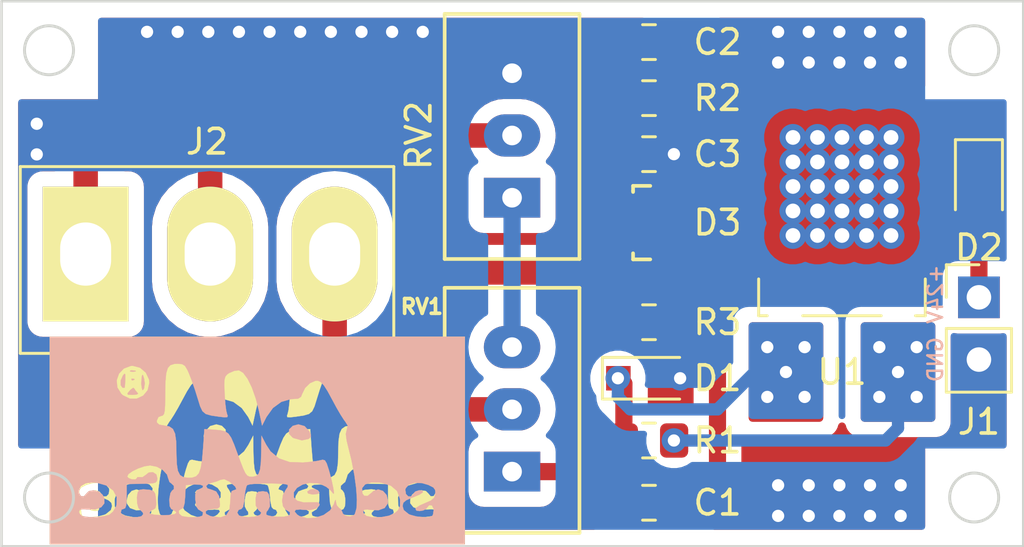
<source format=kicad_pcb>
(kicad_pcb (version 20171130) (host pcbnew "(5.1.2)-2")

  (general
    (thickness 1.6)
    (drawings 10)
    (tracks 104)
    (zones 0)
    (modules 16)
    (nets 13)
  )

  (page A4)
  (layers
    (0 F.Cu signal)
    (31 B.Cu signal)
    (32 B.Adhes user)
    (33 F.Adhes user)
    (34 B.Paste user)
    (35 F.Paste user)
    (36 B.SilkS user)
    (37 F.SilkS user)
    (38 B.Mask user)
    (39 F.Mask user)
    (40 Dwgs.User user)
    (41 Cmts.User user)
    (42 Eco1.User user)
    (43 Eco2.User user)
    (44 Edge.Cuts user)
    (45 Margin user)
    (46 B.CrtYd user)
    (47 F.CrtYd user)
    (48 B.Fab user)
    (49 F.Fab user hide)
  )

  (setup
    (last_trace_width 0.25)
    (user_trace_width 0.5)
    (user_trace_width 0.7)
    (user_trace_width 1)
    (trace_clearance 0.2)
    (zone_clearance 0.625)
    (zone_45_only no)
    (trace_min 0.2)
    (via_size 0.8)
    (via_drill 0.4)
    (via_min_size 0.4)
    (via_min_drill 0.3)
    (user_via 1 0.5)
    (uvia_size 0.3)
    (uvia_drill 0.1)
    (uvias_allowed no)
    (uvia_min_size 0.2)
    (uvia_min_drill 0.1)
    (edge_width 0.05)
    (segment_width 0.2)
    (pcb_text_width 0.3)
    (pcb_text_size 1.5 1.5)
    (mod_edge_width 0.12)
    (mod_text_size 1 1)
    (mod_text_width 0.15)
    (pad_size 3.6 3.6)
    (pad_drill 1.3)
    (pad_to_mask_clearance 0.051)
    (solder_mask_min_width 0.25)
    (aux_axis_origin 0 0)
    (visible_elements 7FFFFFFF)
    (pcbplotparams
      (layerselection 0x010fc_ffffffff)
      (usegerberextensions false)
      (usegerberattributes false)
      (usegerberadvancedattributes false)
      (creategerberjobfile false)
      (excludeedgelayer true)
      (linewidth 0.100000)
      (plotframeref false)
      (viasonmask false)
      (mode 1)
      (useauxorigin false)
      (hpglpennumber 1)
      (hpglpenspeed 20)
      (hpglpendiameter 15.000000)
      (psnegative false)
      (psa4output false)
      (plotreference true)
      (plotvalue true)
      (plotinvisibletext false)
      (padsonsilk false)
      (subtractmaskfromsilk false)
      (outputformat 1)
      (mirror false)
      (drillshape 0)
      (scaleselection 1)
      (outputdirectory "gerber/"))
  )

  (net 0 "")
  (net 1 "Net-(C1-Pad1)")
  (net 2 "Net-(C1-Pad2)")
  (net 3 "Net-(C3-Pad1)")
  (net 4 GND)
  (net 5 "Net-(D2-Pad1)")
  (net 6 "Net-(D2-Pad2)")
  (net 7 "Net-(D3-Pad2)")
  (net 8 "Net-(J2-Pad1)")
  (net 9 "Net-(J2-Pad2)")
  (net 10 "Net-(J2-Pad3)")
  (net 11 "Net-(R1-Pad1)")
  (net 12 "Net-(RV1-Pad3)")

  (net_class Default "This is the default net class."
    (clearance 0.2)
    (trace_width 0.25)
    (via_dia 0.8)
    (via_drill 0.4)
    (uvia_dia 0.3)
    (uvia_drill 0.1)
    (add_net GND)
    (add_net "Net-(C1-Pad1)")
    (add_net "Net-(C1-Pad2)")
    (add_net "Net-(C3-Pad1)")
    (add_net "Net-(D2-Pad1)")
    (add_net "Net-(D2-Pad2)")
    (add_net "Net-(D3-Pad2)")
    (add_net "Net-(J2-Pad1)")
    (add_net "Net-(J2-Pad2)")
    (add_net "Net-(J2-Pad3)")
    (add_net "Net-(R1-Pad1)")
    (add_net "Net-(RV1-Pad3)")
  )

  (net_class 0.5mm ""
    (clearance 0.3)
    (trace_width 0.3)
    (via_dia 1)
    (via_drill 0.5)
    (uvia_dia 0.3)
    (uvia_drill 0.1)
  )

  (module PH_Footprint:logo (layer F.Cu) (tedit 0) (tstamp 5DAECC8C)
    (at 94 90.424)
    (fp_text reference G*** (at 0 0) (layer F.SilkS) hide
      (effects (font (size 1.524 1.524) (thickness 0.3)))
    )
    (fp_text value LOGO (at 0.75 0) (layer F.SilkS) hide
      (effects (font (size 1.524 1.524) (thickness 0.3)))
    )
    (fp_poly (pts (xy 5.185834 -2.850073) (xy 5.19647 -2.819171) (xy 5.08 -2.807369) (xy 4.959805 -2.820674)
      (xy 4.974167 -2.850073) (xy 5.147509 -2.861256) (xy 5.185834 -2.850073)) (layer F.SilkS) (width 0.01))
    (fp_poly (pts (xy 5.136445 -2.511778) (xy 5.124822 -2.461444) (xy 5.08 -2.455333) (xy 5.01031 -2.486312)
      (xy 5.023556 -2.511778) (xy 5.124035 -2.521911) (xy 5.136445 -2.511778)) (layer F.SilkS) (width 0.01))
    (fp_poly (pts (xy 5.482167 -2.65232) (xy 5.573899 -2.4469) (xy 5.571359 -2.254341) (xy 5.503334 -2.159)
      (xy 5.418142 -2.153864) (xy 5.408687 -2.17517) (xy 5.398591 -2.300944) (xy 5.387907 -2.510866)
      (xy 5.38752 -2.520336) (xy 5.38801 -2.695683) (xy 5.420486 -2.72406) (xy 5.482167 -2.65232)) (layer F.SilkS) (width 0.01))
    (fp_poly (pts (xy 4.697558 -2.670257) (xy 4.720161 -2.561167) (xy 4.732531 -2.313471) (xy 4.719785 -2.180167)
      (xy 4.687592 -2.053651) (xy 4.645849 -2.083983) (xy 4.620099 -2.138023) (xy 4.593021 -2.327507)
      (xy 4.620474 -2.519023) (xy 4.669519 -2.671871) (xy 4.697558 -2.670257)) (layer F.SilkS) (width 0.01))
    (fp_poly (pts (xy 5.180413 -2.060907) (xy 5.201121 -2.038496) (xy 5.299187 -1.919883) (xy 5.27944 -1.872285)
      (xy 5.118268 -1.863798) (xy 5.071956 -1.863963) (xy 4.907018 -1.879849) (xy 4.86559 -1.917458)
      (xy 4.876805 -1.927463) (xy 4.989157 -2.062049) (xy 5.00597 -2.101996) (xy 5.064252 -2.15072)
      (xy 5.180413 -2.060907)) (layer F.SilkS) (width 0.01))
    (fp_poly (pts (xy -1.447219 -0.596887) (xy -1.29606 -0.447446) (xy -1.295129 -0.273467) (xy -1.440855 -0.121266)
      (xy -1.48565 -0.098257) (xy -1.817838 -0.006333) (xy -2.087538 -0.065504) (xy -2.112754 -0.080457)
      (xy -2.189386 -0.159002) (xy -2.167857 -0.27831) (xy -2.118391 -0.377778) (xy -1.926157 -0.586625)
      (xy -1.673278 -0.656992) (xy -1.447219 -0.596887)) (layer F.SilkS) (width 0.01))
    (fp_poly (pts (xy -2.159 2.001382) (xy -2.039405 2.08394) (xy -2.07049 2.159233) (xy -2.234811 2.199797)
      (xy -2.286 2.201333) (xy -2.46438 2.179422) (xy -2.539982 2.126631) (xy -2.54 2.125725)
      (xy -2.469238 2.029733) (xy -2.309374 1.982627) (xy -2.159 2.001382)) (layer F.SilkS) (width 0.01))
    (fp_poly (pts (xy 8.466667 4.233333) (xy -8.466666 4.233333) (xy -8.466666 2.176351) (xy -7.265973 2.176351)
      (xy -7.216362 2.336811) (xy -7.083632 2.451766) (xy -6.861739 2.548027) (xy -6.6322 2.648948)
      (xy -6.481043 2.74623) (xy -6.452517 2.782781) (xy -6.487656 2.856468) (xy -6.616566 2.878226)
      (xy -6.773355 2.852516) (xy -6.892125 2.783801) (xy -6.912049 2.751667) (xy -7.013247 2.634234)
      (xy -7.12868 2.651518) (xy -7.194875 2.787782) (xy -7.196666 2.822222) (xy -7.174781 3.000031)
      (xy -7.140222 3.076222) (xy -6.997573 3.125087) (xy -6.756727 3.130554) (xy -6.481807 3.097462)
      (xy -6.236934 3.030649) (xy -6.176462 3.003492) (xy -5.97531 2.83916) (xy -5.926666 2.673329)
      (xy -5.956562 2.541082) (xy -6.071408 2.438823) (xy -6.084681 2.433025) (xy -5.825232 2.433025)
      (xy -5.821765 2.680145) (xy -5.743567 2.843296) (xy -5.623314 2.953728) (xy -5.378132 3.068843)
      (xy -5.04525 3.13171) (xy -4.700487 3.134072) (xy -4.451925 3.081275) (xy -4.335046 2.971051)
      (xy -4.318 2.902519) (xy -4.356715 2.820836) (xy -4.498631 2.812078) (xy -4.603886 2.828787)
      (xy -4.945971 2.844275) (xy -5.192452 2.75471) (xy -5.320769 2.571246) (xy -5.334 2.467796)
      (xy -5.321283 2.415603) (xy -4.063879 2.415603) (xy -4.046579 2.770246) (xy -3.980748 2.996135)
      (xy -3.941063 3.044628) (xy -3.78024 3.102067) (xy -3.603655 3.074311) (xy -3.4856 2.980384)
      (xy -3.471333 2.924353) (xy -3.403146 2.798793) (xy -3.344333 2.763382) (xy -3.240738 2.649156)
      (xy -3.209697 2.52149) (xy -3.196296 2.422945) (xy -3.162938 2.47417) (xy -3.123116 2.601545)
      (xy -2.970012 2.852584) (xy -2.704208 3.040641) (xy -2.375108 3.151683) (xy -2.032116 3.171677)
      (xy -1.724637 3.086589) (xy -1.629833 3.025719) (xy -1.542378 2.923638) (xy -1.332365 2.923638)
      (xy -1.330144 3.023932) (xy -1.248833 3.078059) (xy -1.079409 3.10953) (xy -0.840315 3.112805)
      (xy -0.597275 3.092259) (xy -0.41601 3.05227) (xy -0.363126 3.019079) (xy -0.376307 2.906423)
      (xy -0.431565 2.844656) (xy -0.511756 2.688028) (xy -0.508 2.413) (xy -0.468422 2.195214)
      (xy -0.39521 2.098447) (xy -0.246273 2.074597) (xy -0.211666 2.074333) (xy -0.044706 2.090684)
      (xy 0.03385 2.172555) (xy 0.066489 2.36917) (xy 0.069074 2.399591) (xy 0.058425 2.66439)
      (xy -0.037964 2.826105) (xy -0.057926 2.842482) (xy -0.159765 2.942569) (xy -0.123387 3.017273)
      (xy -0.084666 3.045094) (xy 0.1102 3.108704) (xy 0.379509 3.127459) (xy 0.634315 3.100179)
      (xy 0.751681 3.056169) (xy 0.818528 2.943717) (xy 0.763346 2.831649) (xy 0.65117 2.793638)
      (xy 0.583742 2.713628) (xy 0.537307 2.492843) (xy 0.525048 2.349252) (xy 0.495415 2.081138)
      (xy 0.473022 1.988191) (xy 0.855052 1.988191) (xy 0.954944 2.03161) (xy 0.973667 2.032)
      (xy 1.05056 2.074119) (xy 1.089963 2.221741) (xy 1.100667 2.493459) (xy 1.141074 2.842803)
      (xy 1.270655 3.054252) (xy 1.501944 3.136704) (xy 1.847478 3.099054) (xy 1.926167 3.079302)
      (xy 2.093011 2.994308) (xy 2.11153 2.89484) (xy 1.995053 2.816832) (xy 1.820334 2.794)
      (xy 1.618771 2.777047) (xy 1.536913 2.705545) (xy 1.525156 2.6035) (xy 1.562909 2.273048)
      (xy 1.677115 2.081576) (xy 1.843592 2.015625) (xy 2.037241 1.954078) (xy 2.08865 1.857807)
      (xy 2.080069 1.849646) (xy 2.210671 1.849646) (xy 2.229574 1.921942) (xy 2.374214 1.990792)
      (xy 2.483216 2.054976) (xy 2.527963 2.187892) (xy 2.527763 2.419136) (xy 2.491989 2.681214)
      (xy 2.409583 2.814198) (xy 2.354882 2.841343) (xy 2.214822 2.93127) (xy 2.236385 3.052365)
      (xy 2.257778 3.076222) (xy 2.3798 3.114841) (xy 2.599197 3.130729) (xy 2.845484 3.123455)
      (xy 3.048176 3.092587) (xy 3.083409 3.081275) (xy 3.194387 2.984798) (xy 3.197545 2.955407)
      (xy 3.302 2.955407) (xy 3.382472 3.009025) (xy 3.609051 3.040778) (xy 3.852334 3.048)
      (xy 4.171017 3.034461) (xy 4.359744 2.996339) (xy 4.402667 2.955407) (xy 4.332741 2.858633)
      (xy 4.254241 2.823999) (xy 4.160781 2.763635) (xy 4.127584 2.619166) (xy 4.135093 2.417049)
      (xy 4.164644 2.184754) (xy 4.229518 2.06969) (xy 4.367601 2.019775) (xy 4.431686 2.009314)
      (xy 4.652495 1.993158) (xy 4.804834 2.009916) (xy 4.879885 2.117223) (xy 4.911791 2.320277)
      (xy 4.902308 2.551556) (xy 4.853188 2.743534) (xy 4.783667 2.824618) (xy 4.671 2.940243)
      (xy 4.656667 3.007434) (xy 4.728377 3.091418) (xy 4.906462 3.129882) (xy 5.135356 3.126788)
      (xy 5.359489 3.086098) (xy 5.523295 3.011771) (xy 5.572249 2.942167) (xy 5.539456 2.816134)
      (xy 5.467208 2.794) (xy 5.390683 2.759862) (xy 5.349467 2.634769) (xy 5.334638 2.384699)
      (xy 5.334167 2.311705) (xy 5.737061 2.311705) (xy 5.745688 2.631597) (xy 5.765101 2.69522)
      (xy 5.886769 2.903325) (xy 6.036967 3.031325) (xy 6.253877 3.090086) (xy 6.558376 3.122153)
      (xy 6.871513 3.123974) (xy 7.114336 3.091998) (xy 7.147409 3.081275) (xy 7.264286 2.971136)
      (xy 7.281334 2.902678) (xy 7.239722 2.820948) (xy 7.090592 2.80287) (xy 6.963834 2.8146)
      (xy 6.616589 2.812357) (xy 6.368847 2.721383) (xy 6.239679 2.559735) (xy 6.248158 2.34547)
      (xy 6.321827 2.20681) (xy 6.480424 2.082643) (xy 6.687541 2.033211) (xy 6.876153 2.063435)
      (xy 6.973285 2.159) (xy 7.076603 2.278725) (xy 7.198172 2.26588) (xy 7.275867 2.13694)
      (xy 7.281334 2.077312) (xy 7.210119 1.863105) (xy 7.004197 1.739622) (xy 6.675148 1.712301)
      (xy 6.534 1.726331) (xy 6.147665 1.838346) (xy 5.876536 2.040379) (xy 5.737061 2.311705)
      (xy 5.334167 2.311705) (xy 5.334 2.286) (xy 5.334 1.778) (xy 4.826 1.767417)
      (xy 4.478109 1.758812) (xy 4.264617 1.744073) (xy 4.150637 1.713142) (xy 4.101281 1.655964)
      (xy 4.08166 1.56248) (xy 4.080231 1.552439) (xy 4.120974 1.385156) (xy 4.257797 1.296354)
      (xy 4.42737 1.307394) (xy 4.540315 1.397243) (xy 4.682804 1.49758) (xy 4.779599 1.494943)
      (xy 4.890942 1.493886) (xy 4.910667 1.532546) (xy 4.974236 1.59094) (xy 5.113746 1.588078)
      (xy 5.252405 1.535819) (xy 5.309785 1.470916) (xy 5.262586 1.371906) (xy 5.098715 1.253993)
      (xy 4.865582 1.140107) (xy 4.610601 1.053178) (xy 4.381183 1.016135) (xy 4.369144 1.016)
      (xy 4.098415 1.069557) (xy 3.853032 1.20569) (xy 3.684883 1.387587) (xy 3.640667 1.532802)
      (xy 3.583586 1.692969) (xy 3.513667 1.747382) (xy 3.40443 1.849795) (xy 3.402435 1.980171)
      (xy 3.482889 2.049963) (xy 3.544838 2.14673) (xy 3.583764 2.350208) (xy 3.588722 2.433748)
      (xy 3.57626 2.676366) (xy 3.511502 2.795995) (xy 3.450167 2.824137) (xy 3.324499 2.900635)
      (xy 3.302 2.955407) (xy 3.197545 2.955407) (xy 3.207199 2.865584) (xy 3.119046 2.795768)
      (xy 3.094559 2.794) (xy 3.017047 2.741703) (xy 2.969291 2.567818) (xy 2.946392 2.307167)
      (xy 2.921 1.820333) (xy 2.561167 1.794298) (xy 2.327127 1.80087) (xy 2.210671 1.849646)
      (xy 2.080069 1.849646) (xy 1.991487 1.765403) (xy 1.889848 1.733675) (xy 1.656802 1.667085)
      (xy 1.501501 1.602003) (xy 1.347497 1.576192) (xy 1.152259 1.670056) (xy 1.099334 1.707706)
      (xy 0.904096 1.877863) (xy 0.855052 1.988191) (xy 0.473022 1.988191) (xy 0.447305 1.881455)
      (xy 0.414814 1.820447) (xy 0.300618 1.787641) (xy 0.065557 1.764819) (xy -0.242436 1.752244)
      (xy -0.575425 1.750179) (xy -0.885475 1.758884) (xy -1.124654 1.778623) (xy -1.245025 1.809658)
      (xy -1.24691 1.811355) (xy -1.236116 1.903272) (xy -1.156592 2.016981) (xy -1.047469 2.219794)
      (xy -1.012543 2.462703) (xy -1.049668 2.684506) (xy -1.156697 2.824001) (xy -1.185333 2.836333)
      (xy -1.332365 2.923638) (xy -1.542378 2.923638) (xy -1.522896 2.900898) (xy -1.568674 2.826903)
      (xy -1.755607 2.813481) (xy -1.865513 2.826968) (xy -2.166221 2.83716) (xy -2.401054 2.774945)
      (xy -2.528426 2.654542) (xy -2.54 2.596355) (xy -2.468281 2.524482) (xy -2.248703 2.523349)
      (xy -2.243896 2.523904) (xy -1.88864 2.528736) (xy -1.626364 2.457953) (xy -1.491309 2.322931)
      (xy -1.486914 2.114614) (xy -1.615805 1.934163) (xy -1.84221 1.79975) (xy -2.13036 1.729546)
      (xy -2.444484 1.741723) (xy -2.571214 1.77433) (xy -2.813581 1.890848) (xy -2.999507 2.041495)
      (xy -3.013976 2.059646) (xy -3.100607 2.168749) (xy -3.127707 2.156017) (xy -3.10806 2.001759)
      (xy -3.096316 1.932814) (xy -3.039171 1.662964) (xy -2.955459 1.334193) (xy -2.912646 1.183614)
      (xy -2.829379 0.931447) (xy -2.75628 0.810216) (xy -2.665307 0.785889) (xy -2.597735 0.801412)
      (xy -2.417439 0.83747) (xy -2.134643 0.874698) (xy -1.862666 0.900609) (xy -1.319921 0.882031)
      (xy -0.880795 0.731265) (xy -0.539915 0.445721) (xy -0.363538 0.177183) (xy -0.169333 -0.195967)
      (xy -0.160894 0.431183) (xy -0.146991 0.875691) (xy -0.113222 1.177087) (xy -0.050309 1.361265)
      (xy 0.051024 1.454113) (xy 0.200054 1.481524) (xy 0.215484 1.481667) (xy 0.32591 1.47402)
      (xy 0.412146 1.432932) (xy 0.491548 1.331183) (xy 0.581473 1.141553) (xy 0.699277 0.836822)
      (xy 0.797021 0.569636) (xy 0.946606 0.164371) (xy 1.065003 -0.109564) (xy 1.179924 -0.279595)
      (xy 1.319082 -0.373152) (xy 1.510189 -0.417662) (xy 1.780959 -0.440554) (xy 1.820334 -0.443164)
      (xy 2.159 -0.465667) (xy 2.211618 0.296333) (xy 2.252872 0.780728) (xy 2.306376 1.120354)
      (xy 2.383782 1.339771) (xy 2.496742 1.463544) (xy 2.656909 1.516233) (xy 2.794 1.524)
      (xy 3.008244 1.50031) (xy 3.153931 1.412256) (xy 3.243291 1.234363) (xy 3.288551 0.941155)
      (xy 3.30194 0.507155) (xy 3.302 0.465666) (xy 3.313846 0.021543) (xy 3.357421 -0.28122)
      (xy 3.444779 -0.469446) (xy 3.587976 -0.569961) (xy 3.784701 -0.608476) (xy 4.002395 -0.645321)
      (xy 4.094094 -0.724492) (xy 4.106334 -0.804333) (xy 4.036127 -0.957922) (xy 3.93479 -0.998238)
      (xy 3.859261 -1.020562) (xy 3.809622 -1.081811) (xy 3.780265 -1.21222) (xy 3.765584 -1.442026)
      (xy 3.759974 -1.801464) (xy 3.759194 -1.945271) (xy 3.750734 -2.358806) (xy 4.402667 -2.358806)
      (xy 4.473037 -2.050778) (xy 4.656944 -1.828694) (xy 4.913583 -1.708835) (xy 5.202151 -1.707487)
      (xy 5.481843 -1.84093) (xy 5.549515 -1.901152) (xy 5.713943 -2.166238) (xy 5.740768 -2.455251)
      (xy 5.647329 -2.725841) (xy 5.45096 -2.935662) (xy 5.169001 -3.042364) (xy 5.08 -3.048)
      (xy 4.784715 -2.971133) (xy 4.549054 -2.770246) (xy 4.416823 -2.489914) (xy 4.402667 -2.358806)
      (xy 3.750734 -2.358806) (xy 3.749503 -2.418934) (xy 3.718069 -2.748719) (xy 3.654047 -2.95973)
      (xy 3.546594 -3.077069) (xy 3.384866 -3.125842) (xy 3.246291 -3.132667) (xy 3.067854 -3.117491)
      (xy 2.950982 -3.044908) (xy 2.848924 -2.874337) (xy 2.786082 -2.733194) (xy 2.672976 -2.442018)
      (xy 2.54427 -2.070345) (xy 2.433567 -1.717549) (xy 2.333235 -1.393825) (xy 2.23788 -1.194802)
      (xy 2.104149 -1.082894) (xy 1.888688 -1.020513) (xy 1.575776 -0.973838) (xy 1.332982 -0.945949)
      (xy 1.222706 -0.956263) (xy 1.210506 -1.014723) (xy 1.233843 -1.072554) (xy 1.271301 -1.227474)
      (xy 1.306161 -1.499335) (xy 1.332097 -1.835788) (xy 1.336287 -1.920249) (xy 1.348301 -2.264201)
      (xy 1.34118 -2.48054) (xy 1.305845 -2.610688) (xy 1.233219 -2.696065) (xy 1.153948 -2.752279)
      (xy 0.933 -2.846134) (xy 0.745729 -2.86403) (xy 0.575245 -2.761657) (xy 0.395525 -2.518002)
      (xy 0.219847 -2.159618) (xy 0.061486 -1.713052) (xy -0.053519 -1.265815) (xy -0.194784 -0.60843)
      (xy -0.372558 -0.959698) (xy -0.635594 -1.326192) (xy -0.979744 -1.577812) (xy -1.36871 -1.689849)
      (xy -1.450241 -1.693333) (xy -1.672312 -1.711364) (xy -1.782709 -1.785569) (xy -1.825884 -1.896971)
      (xy -1.948343 -2.145013) (xy -2.150079 -2.341012) (xy -2.377615 -2.439663) (xy -2.468214 -2.441141)
      (xy -2.585737 -2.390072) (xy -2.713518 -2.253942) (xy -2.870447 -2.007963) (xy -3.048 -1.68029)
      (xy -3.230017 -1.343128) (xy -3.401519 -1.047846) (xy -3.536674 -0.83798) (xy -3.583915 -0.777166)
      (xy -3.687043 -0.610921) (xy -3.654908 -0.450036) (xy -3.651564 -0.443697) (xy -3.61191 -0.266174)
      (xy -3.646684 0.006906) (xy -3.688906 0.17718) (xy -3.845163 0.812995) (xy -3.961115 1.413593)
      (xy -4.034706 1.955591) (xy -4.063879 2.415603) (xy -5.321283 2.415603) (xy -5.274454 2.223408)
      (xy -5.125439 2.058628) (xy -4.931389 1.997114) (xy -4.736738 2.062524) (xy -4.677847 2.118427)
      (xy -4.500219 2.263671) (xy -4.35745 2.257944) (xy -4.287382 2.159) (xy -4.272447 1.944577)
      (xy -4.398916 1.791108) (xy -4.646215 1.710176) (xy -4.99377 1.713366) (xy -5.061444 1.723124)
      (xy -5.451772 1.844188) (xy -5.703115 2.059965) (xy -5.819034 2.373764) (xy -5.825232 2.433025)
      (xy -6.084681 2.433025) (xy -6.308941 2.335064) (xy -6.35 2.320111) (xy -6.620023 2.20671)
      (xy -6.754945 2.11402) (xy -6.745741 2.052385) (xy -6.601343 2.032) (xy -6.438537 2.087171)
      (xy -6.380618 2.159) (xy -6.279373 2.284361) (xy -6.158375 2.282433) (xy -6.063003 2.18223)
      (xy -6.038638 2.012766) (xy -6.052973 1.949517) (xy -6.180822 1.80155) (xy -6.416885 1.728137)
      (xy -6.714091 1.736305) (xy -6.97712 1.811584) (xy -7.182207 1.915717) (xy -7.264017 2.028048)
      (xy -7.265973 2.176351) (xy -8.466666 2.176351) (xy -8.466666 -4.233333) (xy 8.466667 -4.233333)
      (xy 8.466667 4.233333)) (layer F.SilkS) (width 0.01))
  )

  (module PH_Footprint:logo (layer B.Cu) (tedit 0) (tstamp 5DAECC68)
    (at 94 90.424 180)
    (fp_text reference G*** (at 0 0) (layer B.SilkS) hide
      (effects (font (size 1.524 1.524) (thickness 0.3)) (justify mirror))
    )
    (fp_text value LOGO (at 0.75 0) (layer B.SilkS) hide
      (effects (font (size 1.524 1.524) (thickness 0.3)) (justify mirror))
    )
    (fp_poly (pts (xy 5.185834 2.850073) (xy 5.19647 2.819171) (xy 5.08 2.807369) (xy 4.959805 2.820674)
      (xy 4.974167 2.850073) (xy 5.147509 2.861256) (xy 5.185834 2.850073)) (layer B.SilkS) (width 0.01))
    (fp_poly (pts (xy 5.136445 2.511778) (xy 5.124822 2.461444) (xy 5.08 2.455333) (xy 5.01031 2.486312)
      (xy 5.023556 2.511778) (xy 5.124035 2.521911) (xy 5.136445 2.511778)) (layer B.SilkS) (width 0.01))
    (fp_poly (pts (xy 5.482167 2.65232) (xy 5.573899 2.4469) (xy 5.571359 2.254341) (xy 5.503334 2.159)
      (xy 5.418142 2.153864) (xy 5.408687 2.17517) (xy 5.398591 2.300944) (xy 5.387907 2.510866)
      (xy 5.38752 2.520336) (xy 5.38801 2.695683) (xy 5.420486 2.72406) (xy 5.482167 2.65232)) (layer B.SilkS) (width 0.01))
    (fp_poly (pts (xy 4.697558 2.670257) (xy 4.720161 2.561167) (xy 4.732531 2.313471) (xy 4.719785 2.180167)
      (xy 4.687592 2.053651) (xy 4.645849 2.083983) (xy 4.620099 2.138023) (xy 4.593021 2.327507)
      (xy 4.620474 2.519023) (xy 4.669519 2.671871) (xy 4.697558 2.670257)) (layer B.SilkS) (width 0.01))
    (fp_poly (pts (xy 5.180413 2.060907) (xy 5.201121 2.038496) (xy 5.299187 1.919883) (xy 5.27944 1.872285)
      (xy 5.118268 1.863798) (xy 5.071956 1.863963) (xy 4.907018 1.879849) (xy 4.86559 1.917458)
      (xy 4.876805 1.927463) (xy 4.989157 2.062049) (xy 5.00597 2.101996) (xy 5.064252 2.15072)
      (xy 5.180413 2.060907)) (layer B.SilkS) (width 0.01))
    (fp_poly (pts (xy -1.447219 0.596887) (xy -1.29606 0.447446) (xy -1.295129 0.273467) (xy -1.440855 0.121266)
      (xy -1.48565 0.098257) (xy -1.817838 0.006333) (xy -2.087538 0.065504) (xy -2.112754 0.080457)
      (xy -2.189386 0.159002) (xy -2.167857 0.27831) (xy -2.118391 0.377778) (xy -1.926157 0.586625)
      (xy -1.673278 0.656992) (xy -1.447219 0.596887)) (layer B.SilkS) (width 0.01))
    (fp_poly (pts (xy -2.159 -2.001382) (xy -2.039405 -2.08394) (xy -2.07049 -2.159233) (xy -2.234811 -2.199797)
      (xy -2.286 -2.201333) (xy -2.46438 -2.179422) (xy -2.539982 -2.126631) (xy -2.54 -2.125725)
      (xy -2.469238 -2.029733) (xy -2.309374 -1.982627) (xy -2.159 -2.001382)) (layer B.SilkS) (width 0.01))
    (fp_poly (pts (xy 8.466667 -4.233333) (xy -8.466666 -4.233333) (xy -8.466666 -2.176351) (xy -7.265973 -2.176351)
      (xy -7.216362 -2.336811) (xy -7.083632 -2.451766) (xy -6.861739 -2.548027) (xy -6.6322 -2.648948)
      (xy -6.481043 -2.74623) (xy -6.452517 -2.782781) (xy -6.487656 -2.856468) (xy -6.616566 -2.878226)
      (xy -6.773355 -2.852516) (xy -6.892125 -2.783801) (xy -6.912049 -2.751667) (xy -7.013247 -2.634234)
      (xy -7.12868 -2.651518) (xy -7.194875 -2.787782) (xy -7.196666 -2.822222) (xy -7.174781 -3.000031)
      (xy -7.140222 -3.076222) (xy -6.997573 -3.125087) (xy -6.756727 -3.130554) (xy -6.481807 -3.097462)
      (xy -6.236934 -3.030649) (xy -6.176462 -3.003492) (xy -5.97531 -2.83916) (xy -5.926666 -2.673329)
      (xy -5.956562 -2.541082) (xy -6.071408 -2.438823) (xy -6.084681 -2.433025) (xy -5.825232 -2.433025)
      (xy -5.821765 -2.680145) (xy -5.743567 -2.843296) (xy -5.623314 -2.953728) (xy -5.378132 -3.068843)
      (xy -5.04525 -3.13171) (xy -4.700487 -3.134072) (xy -4.451925 -3.081275) (xy -4.335046 -2.971051)
      (xy -4.318 -2.902519) (xy -4.356715 -2.820836) (xy -4.498631 -2.812078) (xy -4.603886 -2.828787)
      (xy -4.945971 -2.844275) (xy -5.192452 -2.75471) (xy -5.320769 -2.571246) (xy -5.334 -2.467796)
      (xy -5.321283 -2.415603) (xy -4.063879 -2.415603) (xy -4.046579 -2.770246) (xy -3.980748 -2.996135)
      (xy -3.941063 -3.044628) (xy -3.78024 -3.102067) (xy -3.603655 -3.074311) (xy -3.4856 -2.980384)
      (xy -3.471333 -2.924353) (xy -3.403146 -2.798793) (xy -3.344333 -2.763382) (xy -3.240738 -2.649156)
      (xy -3.209697 -2.52149) (xy -3.196296 -2.422945) (xy -3.162938 -2.47417) (xy -3.123116 -2.601545)
      (xy -2.970012 -2.852584) (xy -2.704208 -3.040641) (xy -2.375108 -3.151683) (xy -2.032116 -3.171677)
      (xy -1.724637 -3.086589) (xy -1.629833 -3.025719) (xy -1.542378 -2.923638) (xy -1.332365 -2.923638)
      (xy -1.330144 -3.023932) (xy -1.248833 -3.078059) (xy -1.079409 -3.10953) (xy -0.840315 -3.112805)
      (xy -0.597275 -3.092259) (xy -0.41601 -3.05227) (xy -0.363126 -3.019079) (xy -0.376307 -2.906423)
      (xy -0.431565 -2.844656) (xy -0.511756 -2.688028) (xy -0.508 -2.413) (xy -0.468422 -2.195214)
      (xy -0.39521 -2.098447) (xy -0.246273 -2.074597) (xy -0.211666 -2.074333) (xy -0.044706 -2.090684)
      (xy 0.03385 -2.172555) (xy 0.066489 -2.36917) (xy 0.069074 -2.399591) (xy 0.058425 -2.66439)
      (xy -0.037964 -2.826105) (xy -0.057926 -2.842482) (xy -0.159765 -2.942569) (xy -0.123387 -3.017273)
      (xy -0.084666 -3.045094) (xy 0.1102 -3.108704) (xy 0.379509 -3.127459) (xy 0.634315 -3.100179)
      (xy 0.751681 -3.056169) (xy 0.818528 -2.943717) (xy 0.763346 -2.831649) (xy 0.65117 -2.793638)
      (xy 0.583742 -2.713628) (xy 0.537307 -2.492843) (xy 0.525048 -2.349252) (xy 0.495415 -2.081138)
      (xy 0.473022 -1.988191) (xy 0.855052 -1.988191) (xy 0.954944 -2.03161) (xy 0.973667 -2.032)
      (xy 1.05056 -2.074119) (xy 1.089963 -2.221741) (xy 1.100667 -2.493459) (xy 1.141074 -2.842803)
      (xy 1.270655 -3.054252) (xy 1.501944 -3.136704) (xy 1.847478 -3.099054) (xy 1.926167 -3.079302)
      (xy 2.093011 -2.994308) (xy 2.11153 -2.89484) (xy 1.995053 -2.816832) (xy 1.820334 -2.794)
      (xy 1.618771 -2.777047) (xy 1.536913 -2.705545) (xy 1.525156 -2.6035) (xy 1.562909 -2.273048)
      (xy 1.677115 -2.081576) (xy 1.843592 -2.015625) (xy 2.037241 -1.954078) (xy 2.08865 -1.857807)
      (xy 2.080069 -1.849646) (xy 2.210671 -1.849646) (xy 2.229574 -1.921942) (xy 2.374214 -1.990792)
      (xy 2.483216 -2.054976) (xy 2.527963 -2.187892) (xy 2.527763 -2.419136) (xy 2.491989 -2.681214)
      (xy 2.409583 -2.814198) (xy 2.354882 -2.841343) (xy 2.214822 -2.93127) (xy 2.236385 -3.052365)
      (xy 2.257778 -3.076222) (xy 2.3798 -3.114841) (xy 2.599197 -3.130729) (xy 2.845484 -3.123455)
      (xy 3.048176 -3.092587) (xy 3.083409 -3.081275) (xy 3.194387 -2.984798) (xy 3.197545 -2.955407)
      (xy 3.302 -2.955407) (xy 3.382472 -3.009025) (xy 3.609051 -3.040778) (xy 3.852334 -3.048)
      (xy 4.171017 -3.034461) (xy 4.359744 -2.996339) (xy 4.402667 -2.955407) (xy 4.332741 -2.858633)
      (xy 4.254241 -2.823999) (xy 4.160781 -2.763635) (xy 4.127584 -2.619166) (xy 4.135093 -2.417049)
      (xy 4.164644 -2.184754) (xy 4.229518 -2.06969) (xy 4.367601 -2.019775) (xy 4.431686 -2.009314)
      (xy 4.652495 -1.993158) (xy 4.804834 -2.009916) (xy 4.879885 -2.117223) (xy 4.911791 -2.320277)
      (xy 4.902308 -2.551556) (xy 4.853188 -2.743534) (xy 4.783667 -2.824618) (xy 4.671 -2.940243)
      (xy 4.656667 -3.007434) (xy 4.728377 -3.091418) (xy 4.906462 -3.129882) (xy 5.135356 -3.126788)
      (xy 5.359489 -3.086098) (xy 5.523295 -3.011771) (xy 5.572249 -2.942167) (xy 5.539456 -2.816134)
      (xy 5.467208 -2.794) (xy 5.390683 -2.759862) (xy 5.349467 -2.634769) (xy 5.334638 -2.384699)
      (xy 5.334167 -2.311705) (xy 5.737061 -2.311705) (xy 5.745688 -2.631597) (xy 5.765101 -2.69522)
      (xy 5.886769 -2.903325) (xy 6.036967 -3.031325) (xy 6.253877 -3.090086) (xy 6.558376 -3.122153)
      (xy 6.871513 -3.123974) (xy 7.114336 -3.091998) (xy 7.147409 -3.081275) (xy 7.264286 -2.971136)
      (xy 7.281334 -2.902678) (xy 7.239722 -2.820948) (xy 7.090592 -2.80287) (xy 6.963834 -2.8146)
      (xy 6.616589 -2.812357) (xy 6.368847 -2.721383) (xy 6.239679 -2.559735) (xy 6.248158 -2.34547)
      (xy 6.321827 -2.20681) (xy 6.480424 -2.082643) (xy 6.687541 -2.033211) (xy 6.876153 -2.063435)
      (xy 6.973285 -2.159) (xy 7.076603 -2.278725) (xy 7.198172 -2.26588) (xy 7.275867 -2.13694)
      (xy 7.281334 -2.077312) (xy 7.210119 -1.863105) (xy 7.004197 -1.739622) (xy 6.675148 -1.712301)
      (xy 6.534 -1.726331) (xy 6.147665 -1.838346) (xy 5.876536 -2.040379) (xy 5.737061 -2.311705)
      (xy 5.334167 -2.311705) (xy 5.334 -2.286) (xy 5.334 -1.778) (xy 4.826 -1.767417)
      (xy 4.478109 -1.758812) (xy 4.264617 -1.744073) (xy 4.150637 -1.713142) (xy 4.101281 -1.655964)
      (xy 4.08166 -1.56248) (xy 4.080231 -1.552439) (xy 4.120974 -1.385156) (xy 4.257797 -1.296354)
      (xy 4.42737 -1.307394) (xy 4.540315 -1.397243) (xy 4.682804 -1.49758) (xy 4.779599 -1.494943)
      (xy 4.890942 -1.493886) (xy 4.910667 -1.532546) (xy 4.974236 -1.59094) (xy 5.113746 -1.588078)
      (xy 5.252405 -1.535819) (xy 5.309785 -1.470916) (xy 5.262586 -1.371906) (xy 5.098715 -1.253993)
      (xy 4.865582 -1.140107) (xy 4.610601 -1.053178) (xy 4.381183 -1.016135) (xy 4.369144 -1.016)
      (xy 4.098415 -1.069557) (xy 3.853032 -1.20569) (xy 3.684883 -1.387587) (xy 3.640667 -1.532802)
      (xy 3.583586 -1.692969) (xy 3.513667 -1.747382) (xy 3.40443 -1.849795) (xy 3.402435 -1.980171)
      (xy 3.482889 -2.049963) (xy 3.544838 -2.14673) (xy 3.583764 -2.350208) (xy 3.588722 -2.433748)
      (xy 3.57626 -2.676366) (xy 3.511502 -2.795995) (xy 3.450167 -2.824137) (xy 3.324499 -2.900635)
      (xy 3.302 -2.955407) (xy 3.197545 -2.955407) (xy 3.207199 -2.865584) (xy 3.119046 -2.795768)
      (xy 3.094559 -2.794) (xy 3.017047 -2.741703) (xy 2.969291 -2.567818) (xy 2.946392 -2.307167)
      (xy 2.921 -1.820333) (xy 2.561167 -1.794298) (xy 2.327127 -1.80087) (xy 2.210671 -1.849646)
      (xy 2.080069 -1.849646) (xy 1.991487 -1.765403) (xy 1.889848 -1.733675) (xy 1.656802 -1.667085)
      (xy 1.501501 -1.602003) (xy 1.347497 -1.576192) (xy 1.152259 -1.670056) (xy 1.099334 -1.707706)
      (xy 0.904096 -1.877863) (xy 0.855052 -1.988191) (xy 0.473022 -1.988191) (xy 0.447305 -1.881455)
      (xy 0.414814 -1.820447) (xy 0.300618 -1.787641) (xy 0.065557 -1.764819) (xy -0.242436 -1.752244)
      (xy -0.575425 -1.750179) (xy -0.885475 -1.758884) (xy -1.124654 -1.778623) (xy -1.245025 -1.809658)
      (xy -1.24691 -1.811355) (xy -1.236116 -1.903272) (xy -1.156592 -2.016981) (xy -1.047469 -2.219794)
      (xy -1.012543 -2.462703) (xy -1.049668 -2.684506) (xy -1.156697 -2.824001) (xy -1.185333 -2.836333)
      (xy -1.332365 -2.923638) (xy -1.542378 -2.923638) (xy -1.522896 -2.900898) (xy -1.568674 -2.826903)
      (xy -1.755607 -2.813481) (xy -1.865513 -2.826968) (xy -2.166221 -2.83716) (xy -2.401054 -2.774945)
      (xy -2.528426 -2.654542) (xy -2.54 -2.596355) (xy -2.468281 -2.524482) (xy -2.248703 -2.523349)
      (xy -2.243896 -2.523904) (xy -1.88864 -2.528736) (xy -1.626364 -2.457953) (xy -1.491309 -2.322931)
      (xy -1.486914 -2.114614) (xy -1.615805 -1.934163) (xy -1.84221 -1.79975) (xy -2.13036 -1.729546)
      (xy -2.444484 -1.741723) (xy -2.571214 -1.77433) (xy -2.813581 -1.890848) (xy -2.999507 -2.041495)
      (xy -3.013976 -2.059646) (xy -3.100607 -2.168749) (xy -3.127707 -2.156017) (xy -3.10806 -2.001759)
      (xy -3.096316 -1.932814) (xy -3.039171 -1.662964) (xy -2.955459 -1.334193) (xy -2.912646 -1.183614)
      (xy -2.829379 -0.931447) (xy -2.75628 -0.810216) (xy -2.665307 -0.785889) (xy -2.597735 -0.801412)
      (xy -2.417439 -0.83747) (xy -2.134643 -0.874698) (xy -1.862666 -0.900609) (xy -1.319921 -0.882031)
      (xy -0.880795 -0.731265) (xy -0.539915 -0.445721) (xy -0.363538 -0.177183) (xy -0.169333 0.195967)
      (xy -0.160894 -0.431183) (xy -0.146991 -0.875691) (xy -0.113222 -1.177087) (xy -0.050309 -1.361265)
      (xy 0.051024 -1.454113) (xy 0.200054 -1.481524) (xy 0.215484 -1.481667) (xy 0.32591 -1.47402)
      (xy 0.412146 -1.432932) (xy 0.491548 -1.331183) (xy 0.581473 -1.141553) (xy 0.699277 -0.836822)
      (xy 0.797021 -0.569636) (xy 0.946606 -0.164371) (xy 1.065003 0.109564) (xy 1.179924 0.279595)
      (xy 1.319082 0.373152) (xy 1.510189 0.417662) (xy 1.780959 0.440554) (xy 1.820334 0.443164)
      (xy 2.159 0.465667) (xy 2.211618 -0.296333) (xy 2.252872 -0.780728) (xy 2.306376 -1.120354)
      (xy 2.383782 -1.339771) (xy 2.496742 -1.463544) (xy 2.656909 -1.516233) (xy 2.794 -1.524)
      (xy 3.008244 -1.50031) (xy 3.153931 -1.412256) (xy 3.243291 -1.234363) (xy 3.288551 -0.941155)
      (xy 3.30194 -0.507155) (xy 3.302 -0.465666) (xy 3.313846 -0.021543) (xy 3.357421 0.28122)
      (xy 3.444779 0.469446) (xy 3.587976 0.569961) (xy 3.784701 0.608476) (xy 4.002395 0.645321)
      (xy 4.094094 0.724492) (xy 4.106334 0.804333) (xy 4.036127 0.957922) (xy 3.93479 0.998238)
      (xy 3.859261 1.020562) (xy 3.809622 1.081811) (xy 3.780265 1.21222) (xy 3.765584 1.442026)
      (xy 3.759974 1.801464) (xy 3.759194 1.945271) (xy 3.750734 2.358806) (xy 4.402667 2.358806)
      (xy 4.473037 2.050778) (xy 4.656944 1.828694) (xy 4.913583 1.708835) (xy 5.202151 1.707487)
      (xy 5.481843 1.84093) (xy 5.549515 1.901152) (xy 5.713943 2.166238) (xy 5.740768 2.455251)
      (xy 5.647329 2.725841) (xy 5.45096 2.935662) (xy 5.169001 3.042364) (xy 5.08 3.048)
      (xy 4.784715 2.971133) (xy 4.549054 2.770246) (xy 4.416823 2.489914) (xy 4.402667 2.358806)
      (xy 3.750734 2.358806) (xy 3.749503 2.418934) (xy 3.718069 2.748719) (xy 3.654047 2.95973)
      (xy 3.546594 3.077069) (xy 3.384866 3.125842) (xy 3.246291 3.132667) (xy 3.067854 3.117491)
      (xy 2.950982 3.044908) (xy 2.848924 2.874337) (xy 2.786082 2.733194) (xy 2.672976 2.442018)
      (xy 2.54427 2.070345) (xy 2.433567 1.717549) (xy 2.333235 1.393825) (xy 2.23788 1.194802)
      (xy 2.104149 1.082894) (xy 1.888688 1.020513) (xy 1.575776 0.973838) (xy 1.332982 0.945949)
      (xy 1.222706 0.956263) (xy 1.210506 1.014723) (xy 1.233843 1.072554) (xy 1.271301 1.227474)
      (xy 1.306161 1.499335) (xy 1.332097 1.835788) (xy 1.336287 1.920249) (xy 1.348301 2.264201)
      (xy 1.34118 2.48054) (xy 1.305845 2.610688) (xy 1.233219 2.696065) (xy 1.153948 2.752279)
      (xy 0.933 2.846134) (xy 0.745729 2.86403) (xy 0.575245 2.761657) (xy 0.395525 2.518002)
      (xy 0.219847 2.159618) (xy 0.061486 1.713052) (xy -0.053519 1.265815) (xy -0.194784 0.60843)
      (xy -0.372558 0.959698) (xy -0.635594 1.326192) (xy -0.979744 1.577812) (xy -1.36871 1.689849)
      (xy -1.450241 1.693333) (xy -1.672312 1.711364) (xy -1.782709 1.785569) (xy -1.825884 1.896971)
      (xy -1.948343 2.145013) (xy -2.150079 2.341012) (xy -2.377615 2.439663) (xy -2.468214 2.441141)
      (xy -2.585737 2.390072) (xy -2.713518 2.253942) (xy -2.870447 2.007963) (xy -3.048 1.68029)
      (xy -3.230017 1.343128) (xy -3.401519 1.047846) (xy -3.536674 0.83798) (xy -3.583915 0.777166)
      (xy -3.687043 0.610921) (xy -3.654908 0.450036) (xy -3.651564 0.443697) (xy -3.61191 0.266174)
      (xy -3.646684 -0.006906) (xy -3.688906 -0.17718) (xy -3.845163 -0.812995) (xy -3.961115 -1.413593)
      (xy -4.034706 -1.955591) (xy -4.063879 -2.415603) (xy -5.321283 -2.415603) (xy -5.274454 -2.223408)
      (xy -5.125439 -2.058628) (xy -4.931389 -1.997114) (xy -4.736738 -2.062524) (xy -4.677847 -2.118427)
      (xy -4.500219 -2.263671) (xy -4.35745 -2.257944) (xy -4.287382 -2.159) (xy -4.272447 -1.944577)
      (xy -4.398916 -1.791108) (xy -4.646215 -1.710176) (xy -4.99377 -1.713366) (xy -5.061444 -1.723124)
      (xy -5.451772 -1.844188) (xy -5.703115 -2.059965) (xy -5.819034 -2.373764) (xy -5.825232 -2.433025)
      (xy -6.084681 -2.433025) (xy -6.308941 -2.335064) (xy -6.35 -2.320111) (xy -6.620023 -2.20671)
      (xy -6.754945 -2.11402) (xy -6.745741 -2.052385) (xy -6.601343 -2.032) (xy -6.438537 -2.087171)
      (xy -6.380618 -2.159) (xy -6.279373 -2.284361) (xy -6.158375 -2.282433) (xy -6.063003 -2.18223)
      (xy -6.038638 -2.012766) (xy -6.052973 -1.949517) (xy -6.180822 -1.80155) (xy -6.416885 -1.728137)
      (xy -6.714091 -1.736305) (xy -6.97712 -1.811584) (xy -7.182207 -1.915717) (xy -7.264017 -2.028048)
      (xy -7.265973 -2.176351) (xy -8.466666 -2.176351) (xy -8.466666 4.233333) (xy 8.466667 4.233333)
      (xy 8.466667 -4.233333)) (layer B.SilkS) (width 0.01))
  )

  (module VinhTho_Lib:VR1 (layer F.Cu) (tedit 5DAEB046) (tstamp 5DAEB69F)
    (at 104.394 91.694 90)
    (tags "varistor SIOV")
    (path /5DA3FF1D)
    (fp_text reference RV1 (at 6.731 -3.683 180) (layer F.SilkS)
      (effects (font (size 0.6 0.6) (thickness 0.15)))
    )
    (fp_text value R_POT (at 3.5 -3.75 90) (layer F.Fab)
      (effects (font (size 1 1) (thickness 0.15)))
    )
    (fp_line (start -2.5 2.75) (end 7.5 2.75) (layer F.CrtYd) (width 0.05))
    (fp_line (start -2.5 -2.75) (end 7.5 -2.75) (layer F.CrtYd) (width 0.05))
    (fp_line (start 7.5 -2.75) (end 7.5 2.75) (layer F.CrtYd) (width 0.05))
    (fp_line (start -2.5 -2.75) (end -2.5 2.75) (layer F.CrtYd) (width 0.05))
    (fp_line (start -2.5 2.75) (end 7.5 2.75) (layer F.SilkS) (width 0.15))
    (fp_line (start -2.5 -2.75) (end 7.5 -2.75) (layer F.SilkS) (width 0.15))
    (fp_line (start 7.5 -2.75) (end 7.5 2.75) (layer F.SilkS) (width 0.15))
    (fp_line (start -2.5 -2.75) (end -2.5 2.75) (layer F.SilkS) (width 0.15))
    (pad 1 thru_hole rect (at 0 0 90) (size 1.624 2.3) (drill 0.8) (layers *.Cu *.Mask)
      (net 1 "Net-(C1-Pad1)"))
    (pad 2 thru_hole oval (at 2.54 0 90) (size 1.724 2.3) (drill 0.8) (layers *.Cu *.Mask)
      (net 10 "Net-(J2-Pad3)"))
    (pad 3 thru_hole oval (at 5.08 0 90) (size 1.724 2.3) (drill 0.8) (layers *.Cu *.Mask)
      (net 12 "Net-(RV1-Pad3)"))
    (model E:/Project/2017/hw/kicad/nhantt-kicad-lib/packages3d/67W.wrl
      (offset (xyz 2.539999961853027 0 0))
      (scale (xyz 400 400 400))
      (rotate (xyz 270 0 0))
    )
  )

  (module VinhTho_Lib:VR1 (layer F.Cu) (tedit 5DAEB024) (tstamp 5DAEB6AE)
    (at 104.394 80.518 90)
    (tags "varistor SIOV")
    (path /5DA3FF47)
    (fp_text reference RV2 (at 2.54 -3.81 90) (layer F.SilkS)
      (effects (font (size 1 1) (thickness 0.15)))
    )
    (fp_text value R_POT (at 3.5 -3.75 90) (layer F.Fab)
      (effects (font (size 1 1) (thickness 0.15)))
    )
    (fp_line (start -2.5 -2.75) (end -2.5 2.75) (layer F.SilkS) (width 0.15))
    (fp_line (start 7.5 -2.75) (end 7.5 2.75) (layer F.SilkS) (width 0.15))
    (fp_line (start -2.5 -2.75) (end 7.5 -2.75) (layer F.SilkS) (width 0.15))
    (fp_line (start -2.5 2.75) (end 7.5 2.75) (layer F.SilkS) (width 0.15))
    (fp_line (start -2.5 -2.75) (end -2.5 2.75) (layer F.CrtYd) (width 0.05))
    (fp_line (start 7.5 -2.75) (end 7.5 2.75) (layer F.CrtYd) (width 0.05))
    (fp_line (start -2.5 -2.75) (end 7.5 -2.75) (layer F.CrtYd) (width 0.05))
    (fp_line (start -2.5 2.75) (end 7.5 2.75) (layer F.CrtYd) (width 0.05))
    (pad 3 thru_hole oval (at 5.08 0 90) (size 1.724 2.3) (drill 0.8) (layers *.Cu *.Mask)
      (net 4 GND))
    (pad 2 thru_hole oval (at 2.54 0 90) (size 1.724 2.3) (drill 0.8) (layers *.Cu *.Mask)
      (net 8 "Net-(J2-Pad1)"))
    (pad 1 thru_hole rect (at 0 0 90) (size 1.624 2.3) (drill 0.8) (layers *.Cu *.Mask)
      (net 12 "Net-(RV1-Pad3)"))
    (model E:/Project/2017/hw/kicad/nhantt-kicad-lib/packages3d/67W.wrl
      (offset (xyz 2.539999961853027 0 0))
      (scale (xyz 400 400 400))
      (rotate (xyz 270 0 0))
    )
  )

  (module Capacitor_SMD:C_0805_2012Metric_Pad1.15x1.40mm_HandSolder (layer F.Cu) (tedit 5B36C52B) (tstamp 5DAEB5D7)
    (at 109.982 92.964)
    (descr "Capacitor SMD 0805 (2012 Metric), square (rectangular) end terminal, IPC_7351 nominal with elongated pad for handsoldering. (Body size source: https://docs.google.com/spreadsheets/d/1BsfQQcO9C6DZCsRaXUlFlo91Tg2WpOkGARC1WS5S8t0/edit?usp=sharing), generated with kicad-footprint-generator")
    (tags "capacitor handsolder")
    (path /5DA40421)
    (attr smd)
    (fp_text reference C1 (at 2.794 0) (layer F.SilkS)
      (effects (font (size 1 1) (thickness 0.15)))
    )
    (fp_text value 1uF (at 0 1.65) (layer F.Fab)
      (effects (font (size 1 1) (thickness 0.15)))
    )
    (fp_line (start -1 0.6) (end -1 -0.6) (layer F.Fab) (width 0.1))
    (fp_line (start -1 -0.6) (end 1 -0.6) (layer F.Fab) (width 0.1))
    (fp_line (start 1 -0.6) (end 1 0.6) (layer F.Fab) (width 0.1))
    (fp_line (start 1 0.6) (end -1 0.6) (layer F.Fab) (width 0.1))
    (fp_line (start -0.261252 -0.71) (end 0.261252 -0.71) (layer F.SilkS) (width 0.12))
    (fp_line (start -0.261252 0.71) (end 0.261252 0.71) (layer F.SilkS) (width 0.12))
    (fp_line (start -1.85 0.95) (end -1.85 -0.95) (layer F.CrtYd) (width 0.05))
    (fp_line (start -1.85 -0.95) (end 1.85 -0.95) (layer F.CrtYd) (width 0.05))
    (fp_line (start 1.85 -0.95) (end 1.85 0.95) (layer F.CrtYd) (width 0.05))
    (fp_line (start 1.85 0.95) (end -1.85 0.95) (layer F.CrtYd) (width 0.05))
    (fp_text user %R (at 0 0) (layer F.Fab)
      (effects (font (size 0.5 0.5) (thickness 0.08)))
    )
    (pad 1 smd roundrect (at -1.025 0) (size 1.15 1.4) (layers F.Cu F.Paste F.Mask) (roundrect_rratio 0.217391)
      (net 1 "Net-(C1-Pad1)"))
    (pad 2 smd roundrect (at 1.025 0) (size 1.15 1.4) (layers F.Cu F.Paste F.Mask) (roundrect_rratio 0.217391)
      (net 2 "Net-(C1-Pad2)"))
    (model ${KISYS3DMOD}/Capacitor_SMD.3dshapes/C_0805_2012Metric.wrl
      (at (xyz 0 0 0))
      (scale (xyz 1 1 1))
      (rotate (xyz 0 0 0))
    )
  )

  (module Capacitor_SMD:C_0805_2012Metric_Pad1.15x1.40mm_HandSolder (layer F.Cu) (tedit 5B36C52B) (tstamp 5DAEB5E8)
    (at 109.982 74.168 180)
    (descr "Capacitor SMD 0805 (2012 Metric), square (rectangular) end terminal, IPC_7351 nominal with elongated pad for handsoldering. (Body size source: https://docs.google.com/spreadsheets/d/1BsfQQcO9C6DZCsRaXUlFlo91Tg2WpOkGARC1WS5S8t0/edit?usp=sharing), generated with kicad-footprint-generator")
    (tags "capacitor handsolder")
    (path /5DA40498)
    (attr smd)
    (fp_text reference C2 (at -2.794 0) (layer F.SilkS)
      (effects (font (size 1 1) (thickness 0.15)))
    )
    (fp_text value 1uF (at 0 1.65) (layer F.Fab)
      (effects (font (size 1 1) (thickness 0.15)))
    )
    (fp_text user %R (at 0 0) (layer F.Fab)
      (effects (font (size 0.5 0.5) (thickness 0.08)))
    )
    (fp_line (start 1.85 0.95) (end -1.85 0.95) (layer F.CrtYd) (width 0.05))
    (fp_line (start 1.85 -0.95) (end 1.85 0.95) (layer F.CrtYd) (width 0.05))
    (fp_line (start -1.85 -0.95) (end 1.85 -0.95) (layer F.CrtYd) (width 0.05))
    (fp_line (start -1.85 0.95) (end -1.85 -0.95) (layer F.CrtYd) (width 0.05))
    (fp_line (start -0.261252 0.71) (end 0.261252 0.71) (layer F.SilkS) (width 0.12))
    (fp_line (start -0.261252 -0.71) (end 0.261252 -0.71) (layer F.SilkS) (width 0.12))
    (fp_line (start 1 0.6) (end -1 0.6) (layer F.Fab) (width 0.1))
    (fp_line (start 1 -0.6) (end 1 0.6) (layer F.Fab) (width 0.1))
    (fp_line (start -1 -0.6) (end 1 -0.6) (layer F.Fab) (width 0.1))
    (fp_line (start -1 0.6) (end -1 -0.6) (layer F.Fab) (width 0.1))
    (pad 2 smd roundrect (at 1.025 0 180) (size 1.15 1.4) (layers F.Cu F.Paste F.Mask) (roundrect_rratio 0.217391)
      (net 4 GND))
    (pad 1 smd roundrect (at -1.025 0 180) (size 1.15 1.4) (layers F.Cu F.Paste F.Mask) (roundrect_rratio 0.217391)
      (net 2 "Net-(C1-Pad2)"))
    (model ${KISYS3DMOD}/Capacitor_SMD.3dshapes/C_0805_2012Metric.wrl
      (at (xyz 0 0 0))
      (scale (xyz 1 1 1))
      (rotate (xyz 0 0 0))
    )
  )

  (module Capacitor_SMD:C_0805_2012Metric_Pad1.15x1.40mm_HandSolder (layer F.Cu) (tedit 5B36C52B) (tstamp 5DAEB5F9)
    (at 109.982 78.74)
    (descr "Capacitor SMD 0805 (2012 Metric), square (rectangular) end terminal, IPC_7351 nominal with elongated pad for handsoldering. (Body size source: https://docs.google.com/spreadsheets/d/1BsfQQcO9C6DZCsRaXUlFlo91Tg2WpOkGARC1WS5S8t0/edit?usp=sharing), generated with kicad-footprint-generator")
    (tags "capacitor handsolder")
    (path /5DA41278)
    (attr smd)
    (fp_text reference C3 (at 2.794 0 180) (layer F.SilkS)
      (effects (font (size 1 1) (thickness 0.15)))
    )
    (fp_text value 10nF (at 0 1.65) (layer F.Fab)
      (effects (font (size 1 1) (thickness 0.15)))
    )
    (fp_line (start -1 0.6) (end -1 -0.6) (layer F.Fab) (width 0.1))
    (fp_line (start -1 -0.6) (end 1 -0.6) (layer F.Fab) (width 0.1))
    (fp_line (start 1 -0.6) (end 1 0.6) (layer F.Fab) (width 0.1))
    (fp_line (start 1 0.6) (end -1 0.6) (layer F.Fab) (width 0.1))
    (fp_line (start -0.261252 -0.71) (end 0.261252 -0.71) (layer F.SilkS) (width 0.12))
    (fp_line (start -0.261252 0.71) (end 0.261252 0.71) (layer F.SilkS) (width 0.12))
    (fp_line (start -1.85 0.95) (end -1.85 -0.95) (layer F.CrtYd) (width 0.05))
    (fp_line (start -1.85 -0.95) (end 1.85 -0.95) (layer F.CrtYd) (width 0.05))
    (fp_line (start 1.85 -0.95) (end 1.85 0.95) (layer F.CrtYd) (width 0.05))
    (fp_line (start 1.85 0.95) (end -1.85 0.95) (layer F.CrtYd) (width 0.05))
    (fp_text user %R (at 0 0) (layer F.Fab)
      (effects (font (size 0.5 0.5) (thickness 0.08)))
    )
    (pad 1 smd roundrect (at -1.025 0) (size 1.15 1.4) (layers F.Cu F.Paste F.Mask) (roundrect_rratio 0.217391)
      (net 3 "Net-(C3-Pad1)"))
    (pad 2 smd roundrect (at 1.025 0) (size 1.15 1.4) (layers F.Cu F.Paste F.Mask) (roundrect_rratio 0.217391)
      (net 4 GND))
    (model ${KISYS3DMOD}/Capacitor_SMD.3dshapes/C_0805_2012Metric.wrl
      (at (xyz 0 0 0))
      (scale (xyz 1 1 1))
      (rotate (xyz 0 0 0))
    )
  )

  (module Diode_SMD:D_SOD-323_HandSoldering (layer F.Cu) (tedit 58641869) (tstamp 5DAEB611)
    (at 109.982 87.884)
    (descr SOD-323)
    (tags SOD-323)
    (path /5DA405AF)
    (attr smd)
    (fp_text reference D1 (at 2.794 0) (layer F.SilkS)
      (effects (font (size 1 1) (thickness 0.15)))
    )
    (fp_text value 1N4148 (at 0.1 1.9) (layer F.Fab)
      (effects (font (size 1 1) (thickness 0.15)))
    )
    (fp_text user %R (at 0 -1.85) (layer F.Fab)
      (effects (font (size 1 1) (thickness 0.15)))
    )
    (fp_line (start -1.9 -0.85) (end -1.9 0.85) (layer F.SilkS) (width 0.12))
    (fp_line (start 0.2 0) (end 0.45 0) (layer F.Fab) (width 0.1))
    (fp_line (start 0.2 0.35) (end -0.3 0) (layer F.Fab) (width 0.1))
    (fp_line (start 0.2 -0.35) (end 0.2 0.35) (layer F.Fab) (width 0.1))
    (fp_line (start -0.3 0) (end 0.2 -0.35) (layer F.Fab) (width 0.1))
    (fp_line (start -0.3 0) (end -0.5 0) (layer F.Fab) (width 0.1))
    (fp_line (start -0.3 -0.35) (end -0.3 0.35) (layer F.Fab) (width 0.1))
    (fp_line (start -0.9 0.7) (end -0.9 -0.7) (layer F.Fab) (width 0.1))
    (fp_line (start 0.9 0.7) (end -0.9 0.7) (layer F.Fab) (width 0.1))
    (fp_line (start 0.9 -0.7) (end 0.9 0.7) (layer F.Fab) (width 0.1))
    (fp_line (start -0.9 -0.7) (end 0.9 -0.7) (layer F.Fab) (width 0.1))
    (fp_line (start -2 -0.95) (end 2 -0.95) (layer F.CrtYd) (width 0.05))
    (fp_line (start 2 -0.95) (end 2 0.95) (layer F.CrtYd) (width 0.05))
    (fp_line (start -2 0.95) (end 2 0.95) (layer F.CrtYd) (width 0.05))
    (fp_line (start -2 -0.95) (end -2 0.95) (layer F.CrtYd) (width 0.05))
    (fp_line (start -1.9 0.85) (end 1.25 0.85) (layer F.SilkS) (width 0.12))
    (fp_line (start -1.9 -0.85) (end 1.25 -0.85) (layer F.SilkS) (width 0.12))
    (pad 1 smd rect (at -1.25 0) (size 1 1) (layers F.Cu F.Paste F.Mask)
      (net 1 "Net-(C1-Pad1)"))
    (pad 2 smd rect (at 1.25 0) (size 1 1) (layers F.Cu F.Paste F.Mask)
      (net 4 GND))
    (model ${KISYS3DMOD}/Diode_SMD.3dshapes/D_SOD-323.wrl
      (at (xyz 0 0 0))
      (scale (xyz 1 1 1))
      (rotate (xyz 0 0 0))
    )
  )

  (module LED_SMD:LED_0805_2012Metric_Pad1.15x1.40mm_HandSolder (layer F.Cu) (tedit 5B4B45C9) (tstamp 5DAEB624)
    (at 123.444 80.01 270)
    (descr "LED SMD 0805 (2012 Metric), square (rectangular) end terminal, IPC_7351 nominal, (Body size source: https://docs.google.com/spreadsheets/d/1BsfQQcO9C6DZCsRaXUlFlo91Tg2WpOkGARC1WS5S8t0/edit?usp=sharing), generated with kicad-footprint-generator")
    (tags "LED handsolder")
    (path /5DA4286A)
    (attr smd)
    (fp_text reference D2 (at 2.54 0 180) (layer F.SilkS)
      (effects (font (size 1 1) (thickness 0.15)))
    )
    (fp_text value LED (at 0 1.65 90) (layer F.Fab)
      (effects (font (size 1 1) (thickness 0.15)))
    )
    (fp_line (start 1 -0.6) (end -0.7 -0.6) (layer F.Fab) (width 0.1))
    (fp_line (start -0.7 -0.6) (end -1 -0.3) (layer F.Fab) (width 0.1))
    (fp_line (start -1 -0.3) (end -1 0.6) (layer F.Fab) (width 0.1))
    (fp_line (start -1 0.6) (end 1 0.6) (layer F.Fab) (width 0.1))
    (fp_line (start 1 0.6) (end 1 -0.6) (layer F.Fab) (width 0.1))
    (fp_line (start 1 -0.96) (end -1.86 -0.96) (layer F.SilkS) (width 0.12))
    (fp_line (start -1.86 -0.96) (end -1.86 0.96) (layer F.SilkS) (width 0.12))
    (fp_line (start -1.86 0.96) (end 1 0.96) (layer F.SilkS) (width 0.12))
    (fp_line (start -1.85 0.95) (end -1.85 -0.95) (layer F.CrtYd) (width 0.05))
    (fp_line (start -1.85 -0.95) (end 1.85 -0.95) (layer F.CrtYd) (width 0.05))
    (fp_line (start 1.85 -0.95) (end 1.85 0.95) (layer F.CrtYd) (width 0.05))
    (fp_line (start 1.85 0.95) (end -1.85 0.95) (layer F.CrtYd) (width 0.05))
    (fp_text user %R (at 0 0 90) (layer F.Fab)
      (effects (font (size 0.5 0.5) (thickness 0.08)))
    )
    (pad 1 smd roundrect (at -1.025 0 270) (size 1.15 1.4) (layers F.Cu F.Paste F.Mask) (roundrect_rratio 0.217391)
      (net 5 "Net-(D2-Pad1)"))
    (pad 2 smd roundrect (at 1.025 0 270) (size 1.15 1.4) (layers F.Cu F.Paste F.Mask) (roundrect_rratio 0.217391)
      (net 6 "Net-(D2-Pad2)"))
    (model ${KISYS3DMOD}/LED_SMD.3dshapes/LED_0805_2012Metric.wrl
      (at (xyz 0 0 0))
      (scale (xyz 1 1 1))
      (rotate (xyz 0 0 0))
    )
  )

  (module Resistor_SMD:R_0805_2012Metric_Pad1.15x1.40mm_HandSolder (layer F.Cu) (tedit 5B36C52B) (tstamp 5DAEB66E)
    (at 109.982 90.424 180)
    (descr "Resistor SMD 0805 (2012 Metric), square (rectangular) end terminal, IPC_7351 nominal with elongated pad for handsoldering. (Body size source: https://docs.google.com/spreadsheets/d/1BsfQQcO9C6DZCsRaXUlFlo91Tg2WpOkGARC1WS5S8t0/edit?usp=sharing), generated with kicad-footprint-generator")
    (tags "resistor handsolder")
    (path /5DA40612)
    (attr smd)
    (fp_text reference R1 (at -2.794 0) (layer F.SilkS)
      (effects (font (size 1 1) (thickness 0.15)))
    )
    (fp_text value 390R (at 0 1.65) (layer F.Fab)
      (effects (font (size 1 1) (thickness 0.15)))
    )
    (fp_text user %R (at 0 0) (layer F.Fab)
      (effects (font (size 0.5 0.5) (thickness 0.08)))
    )
    (fp_line (start 1.85 0.95) (end -1.85 0.95) (layer F.CrtYd) (width 0.05))
    (fp_line (start 1.85 -0.95) (end 1.85 0.95) (layer F.CrtYd) (width 0.05))
    (fp_line (start -1.85 -0.95) (end 1.85 -0.95) (layer F.CrtYd) (width 0.05))
    (fp_line (start -1.85 0.95) (end -1.85 -0.95) (layer F.CrtYd) (width 0.05))
    (fp_line (start -0.261252 0.71) (end 0.261252 0.71) (layer F.SilkS) (width 0.12))
    (fp_line (start -0.261252 -0.71) (end 0.261252 -0.71) (layer F.SilkS) (width 0.12))
    (fp_line (start 1 0.6) (end -1 0.6) (layer F.Fab) (width 0.1))
    (fp_line (start 1 -0.6) (end 1 0.6) (layer F.Fab) (width 0.1))
    (fp_line (start -1 -0.6) (end 1 -0.6) (layer F.Fab) (width 0.1))
    (fp_line (start -1 0.6) (end -1 -0.6) (layer F.Fab) (width 0.1))
    (pad 2 smd roundrect (at 1.025 0 180) (size 1.15 1.4) (layers F.Cu F.Paste F.Mask) (roundrect_rratio 0.217391)
      (net 1 "Net-(C1-Pad1)"))
    (pad 1 smd roundrect (at -1.025 0 180) (size 1.15 1.4) (layers F.Cu F.Paste F.Mask) (roundrect_rratio 0.217391)
      (net 11 "Net-(R1-Pad1)"))
    (model ${KISYS3DMOD}/Resistor_SMD.3dshapes/R_0805_2012Metric.wrl
      (at (xyz 0 0 0))
      (scale (xyz 1 1 1))
      (rotate (xyz 0 0 0))
    )
  )

  (module Resistor_SMD:R_0805_2012Metric_Pad1.15x1.40mm_HandSolder (layer F.Cu) (tedit 5B36C52B) (tstamp 5DAEB67F)
    (at 109.982 76.454)
    (descr "Resistor SMD 0805 (2012 Metric), square (rectangular) end terminal, IPC_7351 nominal with elongated pad for handsoldering. (Body size source: https://docs.google.com/spreadsheets/d/1BsfQQcO9C6DZCsRaXUlFlo91Tg2WpOkGARC1WS5S8t0/edit?usp=sharing), generated with kicad-footprint-generator")
    (tags "resistor handsolder")
    (path /5DA41F27)
    (attr smd)
    (fp_text reference R2 (at 2.794 0) (layer F.SilkS)
      (effects (font (size 1 1) (thickness 0.15)))
    )
    (fp_text value 180R (at 0 1.65) (layer F.Fab)
      (effects (font (size 1 1) (thickness 0.15)))
    )
    (fp_line (start -1 0.6) (end -1 -0.6) (layer F.Fab) (width 0.1))
    (fp_line (start -1 -0.6) (end 1 -0.6) (layer F.Fab) (width 0.1))
    (fp_line (start 1 -0.6) (end 1 0.6) (layer F.Fab) (width 0.1))
    (fp_line (start 1 0.6) (end -1 0.6) (layer F.Fab) (width 0.1))
    (fp_line (start -0.261252 -0.71) (end 0.261252 -0.71) (layer F.SilkS) (width 0.12))
    (fp_line (start -0.261252 0.71) (end 0.261252 0.71) (layer F.SilkS) (width 0.12))
    (fp_line (start -1.85 0.95) (end -1.85 -0.95) (layer F.CrtYd) (width 0.05))
    (fp_line (start -1.85 -0.95) (end 1.85 -0.95) (layer F.CrtYd) (width 0.05))
    (fp_line (start 1.85 -0.95) (end 1.85 0.95) (layer F.CrtYd) (width 0.05))
    (fp_line (start 1.85 0.95) (end -1.85 0.95) (layer F.CrtYd) (width 0.05))
    (fp_text user %R (at 0 0) (layer F.Fab)
      (effects (font (size 0.5 0.5) (thickness 0.08)))
    )
    (pad 1 smd roundrect (at -1.025 0) (size 1.15 1.4) (layers F.Cu F.Paste F.Mask) (roundrect_rratio 0.217391)
      (net 4 GND))
    (pad 2 smd roundrect (at 1.025 0) (size 1.15 1.4) (layers F.Cu F.Paste F.Mask) (roundrect_rratio 0.217391)
      (net 7 "Net-(D3-Pad2)"))
    (model ${KISYS3DMOD}/Resistor_SMD.3dshapes/R_0805_2012Metric.wrl
      (at (xyz 0 0 0))
      (scale (xyz 1 1 1))
      (rotate (xyz 0 0 0))
    )
  )

  (module Resistor_SMD:R_0805_2012Metric_Pad1.15x1.40mm_HandSolder (layer F.Cu) (tedit 5B36C52B) (tstamp 5DAEB690)
    (at 109.982 85.598 180)
    (descr "Resistor SMD 0805 (2012 Metric), square (rectangular) end terminal, IPC_7351 nominal with elongated pad for handsoldering. (Body size source: https://docs.google.com/spreadsheets/d/1BsfQQcO9C6DZCsRaXUlFlo91Tg2WpOkGARC1WS5S8t0/edit?usp=sharing), generated with kicad-footprint-generator")
    (tags "resistor handsolder")
    (path /5DA400A1)
    (attr smd)
    (fp_text reference R3 (at -2.794 0 180) (layer F.SilkS)
      (effects (font (size 1 1) (thickness 0.15)))
    )
    (fp_text value 4.8k (at 0 1.65) (layer F.Fab)
      (effects (font (size 1 1) (thickness 0.15)))
    )
    (fp_text user %R (at 0 0) (layer F.Fab)
      (effects (font (size 0.5 0.5) (thickness 0.08)))
    )
    (fp_line (start 1.85 0.95) (end -1.85 0.95) (layer F.CrtYd) (width 0.05))
    (fp_line (start 1.85 -0.95) (end 1.85 0.95) (layer F.CrtYd) (width 0.05))
    (fp_line (start -1.85 -0.95) (end 1.85 -0.95) (layer F.CrtYd) (width 0.05))
    (fp_line (start -1.85 0.95) (end -1.85 -0.95) (layer F.CrtYd) (width 0.05))
    (fp_line (start -0.261252 0.71) (end 0.261252 0.71) (layer F.SilkS) (width 0.12))
    (fp_line (start -0.261252 -0.71) (end 0.261252 -0.71) (layer F.SilkS) (width 0.12))
    (fp_line (start 1 0.6) (end -1 0.6) (layer F.Fab) (width 0.1))
    (fp_line (start 1 -0.6) (end 1 0.6) (layer F.Fab) (width 0.1))
    (fp_line (start -1 -0.6) (end 1 -0.6) (layer F.Fab) (width 0.1))
    (fp_line (start -1 0.6) (end -1 -0.6) (layer F.Fab) (width 0.1))
    (pad 2 smd roundrect (at 1.025 0 180) (size 1.15 1.4) (layers F.Cu F.Paste F.Mask) (roundrect_rratio 0.217391)
      (net 9 "Net-(J2-Pad2)"))
    (pad 1 smd roundrect (at -1.025 0 180) (size 1.15 1.4) (layers F.Cu F.Paste F.Mask) (roundrect_rratio 0.217391)
      (net 2 "Net-(C1-Pad2)"))
    (model ${KISYS3DMOD}/Resistor_SMD.3dshapes/R_0805_2012Metric.wrl
      (at (xyz 0 0 0))
      (scale (xyz 1 1 1))
      (rotate (xyz 0 0 0))
    )
  )

  (module VinhTho_Lib:TO-252-2 (layer F.Cu) (tedit 59705740) (tstamp 5DAF2489)
    (at 117.856 83.058 90)
    (descr TO-252-2)
    (tags "TO-252-2 Rectifier")
    (path /5DA401F0)
    (attr smd)
    (fp_text reference U1 (at -4.572 0 180) (layer F.SilkS)
      (effects (font (size 1 1) (thickness 0.15)))
    )
    (fp_text value LM317_TO3 (at -0.625 4.8 90) (layer F.Fab)
      (effects (font (size 1 1) (thickness 0.15)))
    )
    (fp_text user %R (at -0.05 0 90) (layer F.Fab)
      (effects (font (size 1 1) (thickness 0.15)))
    )
    (fp_line (start -2.275 -3.05) (end -2.275 -3.4) (layer F.SilkS) (width 0.12))
    (fp_line (start -2.275 -3.4) (end -0.775 -3.4) (layer F.SilkS) (width 0.12))
    (fp_line (start -2.275 1.6) (end -2.275 -1.6) (layer F.SilkS) (width 0.12))
    (fp_line (start -0.775 3.4) (end -2.275 3.4) (layer F.SilkS) (width 0.12))
    (fp_line (start -2.275 3.4) (end -2.275 3) (layer F.SilkS) (width 0.12))
    (fp_line (start 3.805 -2.71) (end 5.005 -2.71) (layer F.Fab) (width 0.1))
    (fp_line (start 5.005 -2.71) (end 5.005 2.71) (layer F.Fab) (width 0.1))
    (fp_line (start 5.005 2.71) (end 3.795 2.71) (layer F.Fab) (width 0.1))
    (fp_line (start -2.195 1.73) (end -5.105 1.73) (layer F.Fab) (width 0.1))
    (fp_line (start -5.105 2.87) (end -2.195 2.87) (layer F.Fab) (width 0.1))
    (fp_line (start -5.105 1.73) (end -5.105 2.87) (layer F.Fab) (width 0.1))
    (fp_line (start -5.105 -2.87) (end -5.105 -1.73) (layer F.Fab) (width 0.1))
    (fp_line (start -5.105 -1.73) (end -2.195 -1.73) (layer F.Fab) (width 0.1))
    (fp_line (start -2.195 -2.87) (end -5.105 -2.87) (layer F.Fab) (width 0.1))
    (fp_line (start -2.195 3.35) (end 3.795 3.35) (layer F.Fab) (width 0.1))
    (fp_line (start 3.795 3.35) (end 3.795 -3.35) (layer F.Fab) (width 0.1))
    (fp_line (start 3.795 -3.35) (end -2.195 -3.35) (layer F.Fab) (width 0.1))
    (fp_line (start -2.195 3.35) (end -2.195 -3.35) (layer F.Fab) (width 0.1))
    (fp_line (start 6.58 -3.75) (end 6.58 3.75) (layer F.CrtYd) (width 0.05))
    (fp_line (start 6.58 -3.75) (end -6.58 -3.75) (layer F.CrtYd) (width 0.05))
    (fp_line (start -6.58 3.75) (end 6.58 3.75) (layer F.CrtYd) (width 0.05))
    (fp_line (start -6.58 3.75) (end -6.58 -3.75) (layer F.CrtYd) (width 0.05))
    (pad 1 smd rect (at -4.575 -2.3) (size 2 3.5) (layers F.Cu F.Paste F.Mask)
      (net 1 "Net-(C1-Pad1)"))
    (pad 3 smd rect (at -4.575 2.28) (size 2 3.5) (layers F.Cu F.Paste F.Mask)
      (net 11 "Net-(R1-Pad1)"))
    (pad 2 smd rect (at 2.825 0) (size 7 7) (layers F.Cu F.Paste F.Mask)
      (net 5 "Net-(D2-Pad1)"))
    (pad 2 thru_hole circle (at 1 -2 90) (size 1.1 1.1) (drill 0.6) (layers *.Cu *.Mask)
      (net 5 "Net-(D2-Pad1)"))
    (pad 2 thru_hole circle (at 2 -2 90) (size 1.1 1.1) (drill 0.6) (layers *.Cu *.Mask)
      (net 5 "Net-(D2-Pad1)"))
    (pad 2 thru_hole circle (at 3 -2 90) (size 1.1 1.1) (drill 0.6) (layers *.Cu *.Mask)
      (net 5 "Net-(D2-Pad1)"))
    (pad 2 thru_hole circle (at 4 -2 90) (size 1.1 1.1) (drill 0.6) (layers *.Cu *.Mask)
      (net 5 "Net-(D2-Pad1)"))
    (pad 2 thru_hole circle (at 5 -2 90) (size 1.1 1.1) (drill 0.6) (layers *.Cu *.Mask)
      (net 5 "Net-(D2-Pad1)"))
    (pad 2 thru_hole circle (at 5 -1 90) (size 1.1 1.1) (drill 0.6) (layers *.Cu *.Mask)
      (net 5 "Net-(D2-Pad1)"))
    (pad 2 thru_hole circle (at 4 -1 90) (size 1.1 1.1) (drill 0.6) (layers *.Cu *.Mask)
      (net 5 "Net-(D2-Pad1)"))
    (pad 2 thru_hole circle (at 3 -1 90) (size 1.1 1.1) (drill 0.6) (layers *.Cu *.Mask)
      (net 5 "Net-(D2-Pad1)"))
    (pad 2 thru_hole circle (at 2 -1 90) (size 1.1 1.1) (drill 0.6) (layers *.Cu *.Mask)
      (net 5 "Net-(D2-Pad1)"))
    (pad 2 thru_hole circle (at 1 -1 90) (size 1.1 1.1) (drill 0.6) (layers *.Cu *.Mask)
      (net 5 "Net-(D2-Pad1)"))
    (pad 2 thru_hole circle (at 5 0 90) (size 1.1 1.1) (drill 0.6) (layers *.Cu *.Mask)
      (net 5 "Net-(D2-Pad1)"))
    (pad 2 thru_hole circle (at 4 0 90) (size 1.1 1.1) (drill 0.6) (layers *.Cu *.Mask)
      (net 5 "Net-(D2-Pad1)"))
    (pad 2 thru_hole circle (at 3 0 90) (size 1.1 1.1) (drill 0.6) (layers *.Cu *.Mask)
      (net 5 "Net-(D2-Pad1)"))
    (pad 2 thru_hole circle (at 2 0 90) (size 1.1 1.1) (drill 0.6) (layers *.Cu *.Mask)
      (net 5 "Net-(D2-Pad1)"))
    (pad 2 thru_hole circle (at 1 0 90) (size 1.1 1.1) (drill 0.6) (layers *.Cu *.Mask)
      (net 5 "Net-(D2-Pad1)"))
    (pad 2 thru_hole circle (at 5 1 90) (size 1.1 1.1) (drill 0.6) (layers *.Cu *.Mask)
      (net 5 "Net-(D2-Pad1)"))
    (pad 2 thru_hole circle (at 4 1 90) (size 1.1 1.1) (drill 0.6) (layers *.Cu *.Mask)
      (net 5 "Net-(D2-Pad1)"))
    (pad 2 thru_hole circle (at 3 1 90) (size 1.1 1.1) (drill 0.6) (layers *.Cu *.Mask)
      (net 5 "Net-(D2-Pad1)"))
    (pad 2 thru_hole circle (at 2 1 90) (size 1.1 1.1) (drill 0.6) (layers *.Cu *.Mask)
      (net 5 "Net-(D2-Pad1)"))
    (pad 2 thru_hole circle (at 1 1 90) (size 1.1 1.1) (drill 0.6) (layers *.Cu *.Mask)
      (net 5 "Net-(D2-Pad1)"))
    (pad 2 thru_hole circle (at 5 2 90) (size 1.1 1.1) (drill 0.6) (layers *.Cu *.Mask)
      (net 5 "Net-(D2-Pad1)"))
    (pad 2 thru_hole circle (at 4 2 90) (size 1.1 1.1) (drill 0.6) (layers *.Cu *.Mask)
      (net 5 "Net-(D2-Pad1)"))
    (pad 2 thru_hole circle (at 3 2 90) (size 1.1 1.1) (drill 0.6) (layers *.Cu *.Mask)
      (net 5 "Net-(D2-Pad1)"))
    (pad 2 thru_hole circle (at 2 2 90) (size 1.1 1.1) (drill 0.6) (layers *.Cu *.Mask)
      (net 5 "Net-(D2-Pad1)"))
    (pad 2 thru_hole circle (at 1 2 90) (size 1.1 1.1) (drill 0.6) (layers *.Cu *.Mask)
      (net 5 "Net-(D2-Pad1)"))
    (model E:/Project/2017/hw/kicad/nhantt-kicad-lib/packages3d/TO-252.wrl
      (offset (xyz -2.539999961853027 3.301999950408935 0))
      (scale (xyz 400 400 400))
      (rotate (xyz 270 0 90))
    )
  )

  (module Connector_PinHeader_2.54mm:PinHeader_1x02_P2.54mm_Vertical (layer F.Cu) (tedit 59FED5CC) (tstamp 5DAF2B58)
    (at 123.444 84.582)
    (descr "Through hole straight pin header, 1x02, 2.54mm pitch, single row")
    (tags "Through hole pin header THT 1x02 2.54mm single row")
    (path /5DA403B4)
    (fp_text reference J1 (at 0 5.08) (layer F.SilkS)
      (effects (font (size 1 1) (thickness 0.15)))
    )
    (fp_text value Conn_01x02 (at 0 4.87) (layer F.Fab)
      (effects (font (size 1 1) (thickness 0.15)))
    )
    (fp_line (start -0.635 -1.27) (end 1.27 -1.27) (layer F.Fab) (width 0.1))
    (fp_line (start 1.27 -1.27) (end 1.27 3.81) (layer F.Fab) (width 0.1))
    (fp_line (start 1.27 3.81) (end -1.27 3.81) (layer F.Fab) (width 0.1))
    (fp_line (start -1.27 3.81) (end -1.27 -0.635) (layer F.Fab) (width 0.1))
    (fp_line (start -1.27 -0.635) (end -0.635 -1.27) (layer F.Fab) (width 0.1))
    (fp_line (start -1.33 3.87) (end 1.33 3.87) (layer F.SilkS) (width 0.12))
    (fp_line (start -1.33 1.27) (end -1.33 3.87) (layer F.SilkS) (width 0.12))
    (fp_line (start 1.33 1.27) (end 1.33 3.87) (layer F.SilkS) (width 0.12))
    (fp_line (start -1.33 1.27) (end 1.33 1.27) (layer F.SilkS) (width 0.12))
    (fp_line (start -1.33 0) (end -1.33 -1.33) (layer F.SilkS) (width 0.12))
    (fp_line (start -1.33 -1.33) (end 0 -1.33) (layer F.SilkS) (width 0.12))
    (fp_line (start -1.8 -1.8) (end -1.8 4.35) (layer F.CrtYd) (width 0.05))
    (fp_line (start -1.8 4.35) (end 1.8 4.35) (layer F.CrtYd) (width 0.05))
    (fp_line (start 1.8 4.35) (end 1.8 -1.8) (layer F.CrtYd) (width 0.05))
    (fp_line (start 1.8 -1.8) (end -1.8 -1.8) (layer F.CrtYd) (width 0.05))
    (fp_text user %R (at 0 1.27 90) (layer F.Fab)
      (effects (font (size 1 1) (thickness 0.15)))
    )
    (pad 1 thru_hole rect (at 0 0) (size 1.7 1.7) (drill 1) (layers *.Cu *.Mask)
      (net 6 "Net-(D2-Pad2)"))
    (pad 2 thru_hole oval (at 0 2.54) (size 1.7 1.7) (drill 1) (layers *.Cu *.Mask)
      (net 4 GND))
    (model ${KISYS3DMOD}/Connector_PinHeader_2.54mm.3dshapes/PinHeader_1x02_P2.54mm_Vertical.wrl
      (at (xyz 0 0 0))
      (scale (xyz 1 1 1))
      (rotate (xyz 0 0 0))
    )
  )

  (module "VinhTho_Lib:Varesistor Bourns" (layer F.Cu) (tedit 5DAEC29D) (tstamp 5DAF3B22)
    (at 91.948 82.804)
    (path /5DA3FE07)
    (fp_text reference J2 (at 0 -4.572) (layer F.SilkS)
      (effects (font (size 1 1) (thickness 0.15)))
    )
    (fp_text value Varesistor (at 0 -7.358) (layer F.Fab)
      (effects (font (size 1 1) (thickness 0.15)))
    )
    (fp_text user Terminal-5.08mm_3pol (at 0.187 5.588) (layer F.Fab) hide
      (effects (font (size 1 1) (thickness 0.15)))
    )
    (fp_line (start -7.62 -3.556) (end 7.62 -3.556) (layer F.SilkS) (width 0.12))
    (fp_line (start 7.62 -3.556) (end 7.62 4.064) (layer F.SilkS) (width 0.12))
    (fp_line (start 7.62 4.064) (end -7.62 4.064) (layer F.SilkS) (width 0.12))
    (fp_line (start -7.62 4.064) (end -7.62 -3.556) (layer F.SilkS) (width 0.12))
    (pad 1 thru_hole rect (at -4.953 0.0127) (size 3.5 5.5) (drill oval 2.08 2.58) (layers *.Cu *.Mask F.SilkS)
      (net 8 "Net-(J2-Pad1)"))
    (pad 2 thru_hole oval (at 0.127 0.0127) (size 3.5 5.5) (drill oval 2.08 2.58) (layers *.Cu *.Mask F.SilkS)
      (net 9 "Net-(J2-Pad2)"))
    (pad 3 thru_hole oval (at 5.207 0.0127) (size 3.5 5.5) (drill oval 2.08 2.58) (layers *.Cu *.Mask F.SilkS)
      (net 10 "Net-(J2-Pad3)"))
  )

  (module VinhTho_Lib:SOT-23 (layer F.Cu) (tedit 595D0026) (tstamp 5DAFCA2B)
    (at 109.982 81.534 90)
    (descr "SOT-23, Standard")
    (tags SOT-23)
    (path /5DA402D0)
    (attr smd)
    (fp_text reference D3 (at 0 2.794 180) (layer F.SilkS)
      (effects (font (size 1 1) (thickness 0.15)))
    )
    (fp_text value TL431 (at 0 2.3 90) (layer F.Fab)
      (effects (font (size 1 1) (thickness 0.15)))
    )
    (fp_line (start -1.65 -1.6) (end 1.65 -1.6) (layer F.CrtYd) (width 0.05))
    (fp_line (start 1.65 -1.6) (end 1.65 1.6) (layer F.CrtYd) (width 0.05))
    (fp_line (start 1.65 1.6) (end -1.65 1.6) (layer F.CrtYd) (width 0.05))
    (fp_line (start -1.65 1.6) (end -1.65 -1.6) (layer F.CrtYd) (width 0.05))
    (fp_line (start 1.29916 -0.65024) (end 1.2509 -0.65024) (layer F.SilkS) (width 0.15))
    (fp_line (start -1.49982 0.0508) (end -1.49982 -0.65024) (layer F.SilkS) (width 0.15))
    (fp_line (start -1.49982 -0.65024) (end -1.2509 -0.65024) (layer F.SilkS) (width 0.15))
    (fp_line (start 1.29916 -0.65024) (end 1.49982 -0.65024) (layer F.SilkS) (width 0.15))
    (fp_line (start 1.49982 -0.65024) (end 1.49982 0.0508) (layer F.SilkS) (width 0.15))
    (pad 1 smd rect (at -0.95 1.00076 90) (size 0.8001 1.254) (layers F.Cu F.Paste F.Mask)
      (net 2 "Net-(C1-Pad2)"))
    (pad 2 smd rect (at 0.95 1.00076 90) (size 0.8001 1.254) (layers F.Cu F.Paste F.Mask)
      (net 7 "Net-(D3-Pad2)"))
    (pad 3 smd rect (at 0 -1 90) (size 0.8001 1.254) (layers F.Cu F.Paste F.Mask)
      (net 3 "Net-(C3-Pad1)"))
    (model TO_SOT_Packages_SMD.3dshapes/SOT-23.wrl
      (at (xyz 0 0 0))
      (scale (xyz 1 1 1))
      (rotate (xyz 0 0 0))
    )
  )

  (gr_circle (center 85.5 92.75) (end 86.5 92.75) (layer Edge.Cuts) (width 0.12) (tstamp 5DAFD959))
  (gr_circle (center 123.25 92.75) (end 124.25 92.75) (layer Edge.Cuts) (width 0.12))
  (gr_circle (center 123.25 74.5) (end 124.25 74.5) (layer Edge.Cuts) (width 0.12))
  (gr_circle (center 85.5 74.5) (end 86.5 74.5) (layer Edge.Cuts) (width 0.12))
  (gr_text GND (at 121.666 87.122 90) (layer B.SilkS)
    (effects (font (size 0.6 0.6) (thickness 0.1)) (justify mirror))
  )
  (gr_text +24V (at 121.666 84.455 90) (layer B.SilkS)
    (effects (font (size 0.6 0.6) (thickness 0.1)) (justify mirror))
  )
  (gr_line (start 83.566 94.742) (end 83.566 72.5) (layer Edge.Cuts) (width 0.1))
  (gr_line (start 125.25 94.742) (end 83.566 94.742) (layer Edge.Cuts) (width 0.1))
  (gr_line (start 125.25 72.5) (end 125.25 94.742) (layer Edge.Cuts) (width 0.1))
  (gr_line (start 83.566 72.5) (end 125.25 72.5) (layer Edge.Cuts) (width 0.1))

  (via (at 116.332 88.646) (size 1) (drill 0.5) (layers F.Cu B.Cu) (net 1))
  (via (at 114.808 88.646) (size 1) (drill 0.5) (layers F.Cu B.Cu) (net 1))
  (via (at 116.332 86.614) (size 1) (drill 0.5) (layers F.Cu B.Cu) (net 1))
  (via (at 114.808 86.614) (size 1) (drill 0.5) (layers F.Cu B.Cu) (net 1))
  (segment (start 104.394 91.694) (end 108.957 91.694) (width 0.7) (layer F.Cu) (net 1))
  (segment (start 108.957 92.964) (end 108.957 90.424) (width 0.7) (layer F.Cu) (net 1))
  (segment (start 108.957 88.109) (end 108.712 87.884) (width 0.7) (layer F.Cu) (net 1))
  (segment (start 108.957 90.424) (end 108.957 88.109) (width 0.7) (layer F.Cu) (net 1))
  (segment (start 108.712 87.884) (end 108.732 87.884) (width 0.7) (layer F.Cu) (net 1) (tstamp 5DAFCD55))
  (via (at 108.712 87.884) (size 1) (drill 0.5) (layers F.Cu B.Cu) (net 1))
  (segment (start 115.57 87.63) (end 115.57 87.63) (width 0.5) (layer B.Cu) (net 1) (tstamp 5DAFCD65))
  (via (at 115.57 87.63) (size 1) (drill 0.5) (layers F.Cu B.Cu) (net 1))
  (segment (start 114.3 87.63) (end 115.57 87.63) (width 0.5) (layer B.Cu) (net 1))
  (segment (start 112.776 89.154) (end 114.3 87.63) (width 0.5) (layer B.Cu) (net 1))
  (segment (start 109.22 89.154) (end 112.776 89.154) (width 0.5) (layer B.Cu) (net 1))
  (segment (start 108.712 87.884) (end 108.712 88.646) (width 0.5) (layer B.Cu) (net 1))
  (segment (start 108.712 88.646) (end 109.22 89.154) (width 0.5) (layer B.Cu) (net 1))
  (segment (start 112.014 92.964) (end 111.007 92.964) (width 0.7) (layer F.Cu) (net 2))
  (segment (start 112.776 92.202) (end 112.014 92.964) (width 0.7) (layer F.Cu) (net 2))
  (segment (start 112.776 86.614) (end 112.776 92.202) (width 0.7) (layer F.Cu) (net 2))
  (segment (start 111.007 85.598) (end 111.76 85.598) (width 0.7) (layer F.Cu) (net 2))
  (segment (start 111.76 85.598) (end 112.776 86.614) (width 0.7) (layer F.Cu) (net 2))
  (segment (start 112.334 82.484) (end 110.98276 82.484) (width 0.5) (layer F.Cu) (net 2))
  (segment (start 113.538 81.28) (end 112.334 82.484) (width 0.5) (layer F.Cu) (net 2))
  (segment (start 113.538 75.438) (end 113.538 81.28) (width 0.5) (layer F.Cu) (net 2))
  (segment (start 111.007 74.168) (end 112.268 74.168) (width 0.5) (layer F.Cu) (net 2))
  (segment (start 112.268 74.168) (end 113.538 75.438) (width 0.5) (layer F.Cu) (net 2))
  (segment (start 111.007 82.50824) (end 110.98276 82.484) (width 0.5) (layer F.Cu) (net 2))
  (segment (start 111.007 85.598) (end 111.007 82.50824) (width 0.5) (layer F.Cu) (net 2))
  (segment (start 108.966 78.74) (end 108.957 78.74) (width 0.7) (layer F.Cu) (net 3) (tstamp 5DAF22F5))
  (segment (start 108.957 81.509) (end 108.982 81.534) (width 0.5) (layer F.Cu) (net 3))
  (segment (start 108.957 78.74) (end 108.957 81.509) (width 0.5) (layer F.Cu) (net 3))
  (via (at 119 93.5) (size 1) (drill 0.5) (layers F.Cu B.Cu) (net 4) (tstamp 5DAFDD8B))
  (via (at 117.75 93.5) (size 1) (drill 0.5) (layers F.Cu B.Cu) (net 4) (tstamp 5DAFDD8C))
  (via (at 115.25 92.25) (size 1) (drill 0.5) (layers F.Cu B.Cu) (net 4) (tstamp 5DAFDD8D))
  (via (at 116.5 93.5) (size 1) (drill 0.5) (layers F.Cu B.Cu) (net 4) (tstamp 5DAFDD8E))
  (via (at 120.25 92.25) (size 1) (drill 0.5) (layers F.Cu B.Cu) (net 4) (tstamp 5DAFDD8F))
  (via (at 116.5 92.25) (size 1) (drill 0.5) (layers F.Cu B.Cu) (net 4) (tstamp 5DAFDD90))
  (via (at 115.25 93.5) (size 1) (drill 0.5) (layers F.Cu B.Cu) (net 4) (tstamp 5DAFDD91))
  (via (at 119 92.25) (size 1) (drill 0.5) (layers F.Cu B.Cu) (net 4) (tstamp 5DAFDD92))
  (via (at 120.25 93.5) (size 1) (drill 0.5) (layers F.Cu B.Cu) (net 4) (tstamp 5DAFDD93))
  (via (at 117.75 92.25) (size 1) (drill 0.5) (layers F.Cu B.Cu) (net 4) (tstamp 5DAFDD94))
  (via (at 111.252 87.884) (size 1) (drill 0.5) (layers F.Cu B.Cu) (net 4))
  (via (at 110.998 78.74) (size 1) (drill 0.5) (layers F.Cu B.Cu) (net 4))
  (via (at 85 77.5) (size 1) (drill 0.5) (layers F.Cu B.Cu) (net 4))
  (via (at 85 78.75) (size 1) (drill 0.5) (layers F.Cu B.Cu) (net 4))
  (via (at 89.5 73.75) (size 1) (drill 0.5) (layers F.Cu B.Cu) (net 4))
  (via (at 90.75 73.75) (size 1) (drill 0.5) (layers F.Cu B.Cu) (net 4))
  (via (at 92 73.75) (size 1) (drill 0.5) (layers F.Cu B.Cu) (net 4))
  (via (at 93.25 73.75) (size 1) (drill 0.5) (layers F.Cu B.Cu) (net 4))
  (via (at 94.5 73.75) (size 1) (drill 0.5) (layers F.Cu B.Cu) (net 4))
  (via (at 95.75 73.75) (size 1) (drill 0.5) (layers F.Cu B.Cu) (net 4))
  (via (at 97 73.75) (size 1) (drill 0.5) (layers F.Cu B.Cu) (net 4))
  (via (at 98.25 73.75) (size 1) (drill 0.5) (layers F.Cu B.Cu) (net 4))
  (via (at 99.5 73.75) (size 1) (drill 0.5) (layers F.Cu B.Cu) (net 4))
  (via (at 100.75 73.75) (size 1) (drill 0.5) (layers F.Cu B.Cu) (net 4))
  (via (at 120.25 73.75) (size 1) (drill 0.5) (layers F.Cu B.Cu) (net 4))
  (via (at 119 73.75) (size 1) (drill 0.5) (layers F.Cu B.Cu) (net 4))
  (via (at 117.75 73.75) (size 1) (drill 0.5) (layers F.Cu B.Cu) (net 4))
  (via (at 116.5 73.75) (size 1) (drill 0.5) (layers F.Cu B.Cu) (net 4))
  (via (at 115.25 73.75) (size 1) (drill 0.5) (layers F.Cu B.Cu) (net 4))
  (via (at 120.25 75) (size 1) (drill 0.5) (layers F.Cu B.Cu) (net 4))
  (via (at 119 75) (size 1) (drill 0.5) (layers F.Cu B.Cu) (net 4))
  (via (at 117.75 75) (size 1) (drill 0.5) (layers F.Cu B.Cu) (net 4))
  (via (at 116.5 75) (size 1) (drill 0.5) (layers F.Cu B.Cu) (net 4))
  (via (at 115.25 75) (size 1) (drill 0.5) (layers F.Cu B.Cu) (net 4))
  (segment (start 119.104 78.985) (end 117.856 80.233) (width 0.7) (layer F.Cu) (net 5))
  (segment (start 123.444 78.985) (end 119.104 78.985) (width 0.7) (layer F.Cu) (net 5))
  (segment (start 123.444 81.035) (end 123.444 84.582) (width 0.7) (layer F.Cu) (net 6))
  (segment (start 112.10976 80.584) (end 110.98276 80.584) (width 0.5) (layer F.Cu) (net 7))
  (segment (start 112.522 80.17176) (end 112.10976 80.584) (width 0.5) (layer F.Cu) (net 7))
  (segment (start 112.522 76.962) (end 112.522 80.17176) (width 0.5) (layer F.Cu) (net 7))
  (segment (start 111.007 76.454) (end 112.014 76.454) (width 0.5) (layer F.Cu) (net 7))
  (segment (start 112.014 76.454) (end 112.522 76.962) (width 0.5) (layer F.Cu) (net 7))
  (segment (start 102.244 77.978) (end 104.394 77.978) (width 1) (layer F.Cu) (net 8))
  (segment (start 99.958 75.692) (end 102.244 77.978) (width 1) (layer F.Cu) (net 8))
  (segment (start 90.3697 75.692) (end 99.958 75.692) (width 1) (layer F.Cu) (net 8))
  (segment (start 86.995 82.8167) (end 86.995 79.0667) (width 1) (layer F.Cu) (net 8))
  (segment (start 86.995 79.0667) (end 90.3697 75.692) (width 1) (layer F.Cu) (net 8))
  (segment (start 108.957 84.319) (end 108.957 85.598) (width 1) (layer F.Cu) (net 9))
  (segment (start 108.204 83.566) (end 108.957 84.319) (width 1) (layer F.Cu) (net 9))
  (segment (start 102.108 83.566) (end 108.204 83.566) (width 1) (layer F.Cu) (net 9))
  (segment (start 92.075 82.8167) (end 92.075 79.0667) (width 1) (layer F.Cu) (net 9))
  (segment (start 92.9097 78.232) (end 99.314 78.232) (width 1) (layer F.Cu) (net 9))
  (segment (start 99.314 78.232) (end 101.346 80.264) (width 1) (layer F.Cu) (net 9))
  (segment (start 101.346 80.264) (end 101.346 82.804) (width 1) (layer F.Cu) (net 9))
  (segment (start 92.075 79.0667) (end 92.9097 78.232) (width 1) (layer F.Cu) (net 9))
  (segment (start 101.346 82.804) (end 102.108 83.566) (width 1) (layer F.Cu) (net 9))
  (segment (start 102.244 89.154) (end 104.394 89.154) (width 1) (layer F.Cu) (net 10))
  (segment (start 99.7423 89.154) (end 102.244 89.154) (width 1) (layer F.Cu) (net 10))
  (segment (start 97.155 86.5667) (end 99.7423 89.154) (width 1) (layer F.Cu) (net 10))
  (segment (start 97.155 82.8167) (end 97.155 86.5667) (width 1) (layer F.Cu) (net 10))
  (via (at 120.904 86.614) (size 1) (drill 0.5) (layers F.Cu B.Cu) (net 11))
  (via (at 119.38 86.614) (size 1) (drill 0.5) (layers F.Cu B.Cu) (net 11))
  (via (at 110.998 90.424) (size 1) (drill 0.5) (layers F.Cu B.Cu) (net 11))
  (via (at 119.38 88.646) (size 1) (drill 0.5) (layers F.Cu B.Cu) (net 11))
  (via (at 120.904 88.646) (size 1) (drill 0.5) (layers F.Cu B.Cu) (net 11))
  (segment (start 110.998 90.424) (end 111.007 90.424) (width 0.7) (layer B.Cu) (net 11))
  (segment (start 120.142 87.63) (end 120.142 87.63) (width 0.5) (layer B.Cu) (net 11) (tstamp 5DAFD1E1))
  (via (at 120.142 87.63) (size 1) (drill 0.5) (layers F.Cu B.Cu) (net 11))
  (segment (start 120.142 89.916) (end 120.142 87.63) (width 0.5) (layer B.Cu) (net 11))
  (segment (start 110.998 90.424) (end 119.634 90.424) (width 0.5) (layer B.Cu) (net 11))
  (segment (start 119.634 90.424) (end 120.142 89.916) (width 0.5) (layer B.Cu) (net 11))
  (segment (start 104.394 80.518) (end 104.394 86.614) (width 0.7) (layer B.Cu) (net 12))

  (zone (net 1) (net_name "Net-(C1-Pad1)") (layer B.Cu) (tstamp 5DC22530) (hatch edge 0.508)
    (priority 1)
    (connect_pads yes (clearance 0.625))
    (min_thickness 0.325)
    (fill yes (arc_segments 32) (thermal_gap 0.508) (thermal_bridge_width 0.508))
    (polygon
      (pts
        (xy 114.046 85.598) (xy 114.046 89.662) (xy 117.094 89.662) (xy 117.094 85.598)
      )
    )
    (filled_polygon
      (pts
        (xy 116.9315 89.3865) (xy 114.2085 89.3865) (xy 114.2085 85.7605) (xy 116.9315 85.7605)
      )
    )
  )
  (zone (net 1) (net_name "Net-(C1-Pad1)") (layer F.Cu) (tstamp 5DC2252D) (hatch edge 0.508)
    (priority 1)
    (connect_pads yes (clearance 0.625))
    (min_thickness 0.325)
    (fill yes (arc_segments 32) (thermal_gap 0.508) (thermal_bridge_width 0.508))
    (polygon
      (pts
        (xy 114.046 85.598) (xy 114.046 89.662) (xy 117.094 89.662) (xy 117.094 85.598)
      )
    )
    (filled_polygon
      (pts
        (xy 116.9315 89.4995) (xy 114.2085 89.4995) (xy 114.2085 85.7605) (xy 116.9315 85.7605)
      )
    )
  )
  (zone (net 11) (net_name "Net-(R1-Pad1)") (layer B.Cu) (tstamp 5DC2252A) (hatch edge 0.508)
    (priority 1)
    (connect_pads yes (clearance 0.625))
    (min_thickness 0.325)
    (fill yes (arc_segments 32) (thermal_gap 0.508) (thermal_bridge_width 0.508))
    (polygon
      (pts
        (xy 118.618 85.598) (xy 118.618 89.662) (xy 121.666 89.662) (xy 121.666 85.598)
      )
    )
    (filled_polygon
      (pts
        (xy 121.5035 89.4995) (xy 118.7805 89.4995) (xy 118.7805 85.7605) (xy 121.5035 85.7605)
      )
    )
  )
  (zone (net 11) (net_name "Net-(R1-Pad1)") (layer F.Cu) (tstamp 5DC22527) (hatch edge 0.508)
    (priority 1)
    (connect_pads yes (clearance 0.625))
    (min_thickness 0.325)
    (fill yes (arc_segments 32) (thermal_gap 0.508) (thermal_bridge_width 0.508))
    (polygon
      (pts
        (xy 118.618 85.598) (xy 118.618 89.662) (xy 121.666 89.662) (xy 121.666 85.598)
      )
    )
    (filled_polygon
      (pts
        (xy 121.5035 89.4995) (xy 118.7805 89.4995) (xy 118.7805 85.7605) (xy 121.5035 85.7605)
      )
    )
  )
  (zone (net 4) (net_name GND) (layer B.Cu) (tstamp 5DC22524) (hatch edge 0.508)
    (connect_pads yes (clearance 0.625))
    (min_thickness 0.254)
    (fill yes (arc_segments 32) (thermal_gap 0.508) (thermal_bridge_width 0.508))
    (polygon
      (pts
        (xy 83.566 72.517) (xy 125.222 72.517) (xy 125.222 94.742) (xy 83.566 94.742)
      )
    )
    (filled_polygon
      (pts
        (xy 121.123 76.5) (xy 121.12544 76.524776) (xy 121.132667 76.548601) (xy 121.144403 76.570557) (xy 121.160197 76.589803)
        (xy 121.179443 76.605597) (xy 121.201399 76.617333) (xy 121.225224 76.62456) (xy 121.25 76.627) (xy 124.448 76.627)
        (xy 124.448 82.992878) (xy 124.441418 82.990881) (xy 124.294 82.976362) (xy 122.594 82.976362) (xy 122.446582 82.990881)
        (xy 122.30483 83.033882) (xy 122.17419 83.10371) (xy 122.059683 83.197683) (xy 121.96571 83.31219) (xy 121.895882 83.44283)
        (xy 121.852881 83.584582) (xy 121.838362 83.732) (xy 121.838362 84.868231) (xy 121.812708 84.860449) (xy 121.666 84.846)
        (xy 118.618 84.846) (xy 118.471292 84.860449) (xy 118.330222 84.903243) (xy 118.200211 84.972735) (xy 118.086256 85.066256)
        (xy 117.992735 85.180211) (xy 117.923243 85.310222) (xy 117.880449 85.451292) (xy 117.866 85.598) (xy 117.866 89.422)
        (xy 117.846 89.422) (xy 117.846 85.598) (xy 117.831551 85.451292) (xy 117.788757 85.310222) (xy 117.719265 85.180211)
        (xy 117.625744 85.066256) (xy 117.511789 84.972735) (xy 117.381778 84.903243) (xy 117.240708 84.860449) (xy 117.094 84.846)
        (xy 114.046 84.846) (xy 113.899292 84.860449) (xy 113.758222 84.903243) (xy 113.628211 84.972735) (xy 113.514256 85.066256)
        (xy 113.420735 85.180211) (xy 113.351243 85.310222) (xy 113.308449 85.451292) (xy 113.294 85.598) (xy 113.294 87.218958)
        (xy 112.360959 88.152) (xy 109.935219 88.152) (xy 109.964 88.007311) (xy 109.964 87.760689) (xy 109.915886 87.518805)
        (xy 109.821508 87.290956) (xy 109.684492 87.085896) (xy 109.510104 86.911508) (xy 109.305044 86.774492) (xy 109.077195 86.680114)
        (xy 108.835311 86.632) (xy 108.588689 86.632) (xy 108.346805 86.680114) (xy 108.118956 86.774492) (xy 107.913896 86.911508)
        (xy 107.739508 87.085896) (xy 107.602492 87.290956) (xy 107.508114 87.518805) (xy 107.46 87.760689) (xy 107.46 88.007311)
        (xy 107.508114 88.249195) (xy 107.602492 88.477044) (xy 107.706467 88.632655) (xy 107.705153 88.646) (xy 107.71 88.695216)
        (xy 107.71 88.695223) (xy 107.714362 88.739508) (xy 107.724498 88.842426) (xy 107.781794 89.031303) (xy 107.847376 89.153999)
        (xy 107.874837 89.205375) (xy 108.000052 89.357949) (xy 108.038286 89.389327) (xy 108.476668 89.827709) (xy 108.508051 89.865949)
        (xy 108.660625 89.991164) (xy 108.834696 90.084206) (xy 109.023574 90.141502) (xy 109.170777 90.156) (xy 109.170786 90.156)
        (xy 109.219999 90.160847) (xy 109.269212 90.156) (xy 109.774781 90.156) (xy 109.746 90.300689) (xy 109.746 90.547311)
        (xy 109.794114 90.789195) (xy 109.888492 91.017044) (xy 110.025508 91.222104) (xy 110.199896 91.396492) (xy 110.404956 91.533508)
        (xy 110.632805 91.627886) (xy 110.874689 91.676) (xy 111.121311 91.676) (xy 111.363195 91.627886) (xy 111.591044 91.533508)
        (xy 111.751942 91.426) (xy 119.584784 91.426) (xy 119.634 91.430847) (xy 119.683216 91.426) (xy 119.683223 91.426)
        (xy 119.830426 91.411502) (xy 120.019304 91.354206) (xy 120.193375 91.261164) (xy 120.345949 91.135949) (xy 120.377332 91.097709)
        (xy 120.815709 90.659332) (xy 120.853949 90.627949) (xy 120.979164 90.475375) (xy 121.011969 90.414) (xy 121.666 90.414)
        (xy 121.812708 90.399551) (xy 121.953778 90.356757) (xy 122.083789 90.287265) (xy 122.197744 90.193744) (xy 122.291265 90.079789)
        (xy 122.360757 89.949778) (xy 122.403551 89.808708) (xy 122.418 89.662) (xy 122.418 86.164449) (xy 122.446582 86.173119)
        (xy 122.594 86.187638) (xy 124.294 86.187638) (xy 124.441418 86.173119) (xy 124.448001 86.171122) (xy 124.448001 90.623)
        (xy 121.25 90.623) (xy 121.225224 90.62544) (xy 121.201399 90.632667) (xy 121.179443 90.644403) (xy 121.160197 90.660197)
        (xy 121.144403 90.679443) (xy 121.132667 90.701399) (xy 121.12544 90.725224) (xy 121.123 90.75) (xy 121.123 93.94)
        (xy 87.627 93.94) (xy 87.627 90.75) (xy 87.62456 90.725224) (xy 87.617333 90.701399) (xy 87.605597 90.679443)
        (xy 87.589803 90.660197) (xy 87.570557 90.644403) (xy 87.548601 90.632667) (xy 87.524776 90.62544) (xy 87.5 90.623)
        (xy 84.368 90.623) (xy 84.368 80.0667) (xy 84.489362 80.0667) (xy 84.489362 85.5667) (xy 84.503881 85.714118)
        (xy 84.546882 85.85587) (xy 84.61671 85.98651) (xy 84.710683 86.101017) (xy 84.82519 86.19499) (xy 84.95583 86.264818)
        (xy 85.097582 86.307819) (xy 85.245 86.322338) (xy 88.745 86.322338) (xy 88.892418 86.307819) (xy 89.03417 86.264818)
        (xy 89.16481 86.19499) (xy 89.279317 86.101017) (xy 89.37329 85.98651) (xy 89.443118 85.85587) (xy 89.486119 85.714118)
        (xy 89.500638 85.5667) (xy 89.500638 81.693787) (xy 89.573 81.693787) (xy 89.573 83.939614) (xy 89.609202 84.307178)
        (xy 89.752269 84.778807) (xy 89.984598 85.213462) (xy 90.29726 85.594441) (xy 90.678239 85.907103) (xy 91.112894 86.139431)
        (xy 91.584523 86.282498) (xy 92.075 86.330806) (xy 92.565478 86.282498) (xy 93.037107 86.139431) (xy 93.471762 85.907103)
        (xy 93.852741 85.594441) (xy 94.165403 85.213462) (xy 94.397731 84.778807) (xy 94.540798 84.307178) (xy 94.577 83.939614)
        (xy 94.577 81.693787) (xy 94.653 81.693787) (xy 94.653 83.939614) (xy 94.689202 84.307178) (xy 94.832269 84.778807)
        (xy 95.064598 85.213462) (xy 95.37726 85.594441) (xy 95.758239 85.907103) (xy 96.192894 86.139431) (xy 96.664523 86.282498)
        (xy 97.155 86.330806) (xy 97.645478 86.282498) (xy 98.117107 86.139431) (xy 98.551762 85.907103) (xy 98.932741 85.594441)
        (xy 99.245403 85.213462) (xy 99.477731 84.778807) (xy 99.620798 84.307178) (xy 99.657 83.939614) (xy 99.657 81.693786)
        (xy 99.620798 81.326222) (xy 99.477731 80.854593) (xy 99.245403 80.419938) (xy 98.932741 80.038959) (xy 98.551761 79.726297)
        (xy 98.117106 79.493969) (xy 97.645477 79.350902) (xy 97.155 79.302594) (xy 96.664522 79.350902) (xy 96.192893 79.493969)
        (xy 95.758238 79.726297) (xy 95.377259 80.038959) (xy 95.064597 80.419939) (xy 94.832269 80.854594) (xy 94.689202 81.326223)
        (xy 94.653 81.693787) (xy 94.577 81.693787) (xy 94.577 81.693786) (xy 94.540798 81.326222) (xy 94.397731 80.854593)
        (xy 94.165403 80.419938) (xy 93.852741 80.038959) (xy 93.471761 79.726297) (xy 93.037106 79.493969) (xy 92.565477 79.350902)
        (xy 92.075 79.302594) (xy 91.584522 79.350902) (xy 91.112893 79.493969) (xy 90.678238 79.726297) (xy 90.297259 80.038959)
        (xy 89.984597 80.419939) (xy 89.752269 80.854594) (xy 89.609202 81.326223) (xy 89.573 81.693787) (xy 89.500638 81.693787)
        (xy 89.500638 80.0667) (xy 89.486119 79.919282) (xy 89.443118 79.77753) (xy 89.37329 79.64689) (xy 89.279317 79.532383)
        (xy 89.16481 79.43841) (xy 89.03417 79.368582) (xy 88.892418 79.325581) (xy 88.745 79.311062) (xy 85.245 79.311062)
        (xy 85.097582 79.325581) (xy 84.95583 79.368582) (xy 84.82519 79.43841) (xy 84.710683 79.532383) (xy 84.61671 79.64689)
        (xy 84.546882 79.77753) (xy 84.503881 79.919282) (xy 84.489362 80.0667) (xy 84.368 80.0667) (xy 84.368 77.978)
        (xy 102.484191 77.978) (xy 102.515354 78.294399) (xy 102.607644 78.598639) (xy 102.757515 78.879029) (xy 102.891182 79.041902)
        (xy 102.82419 79.07771) (xy 102.709683 79.171683) (xy 102.61571 79.28619) (xy 102.545882 79.41683) (xy 102.502881 79.558582)
        (xy 102.488362 79.706) (xy 102.488362 81.33) (xy 102.502881 81.477418) (xy 102.545882 81.61917) (xy 102.61571 81.74981)
        (xy 102.709683 81.864317) (xy 102.82419 81.95829) (xy 102.95483 82.028118) (xy 103.096582 82.071119) (xy 103.244 82.085638)
        (xy 103.292 82.085638) (xy 103.292001 85.218997) (xy 103.204971 85.265515) (xy 102.959208 85.467208) (xy 102.757515 85.712971)
        (xy 102.607644 85.993361) (xy 102.515354 86.297601) (xy 102.484191 86.614) (xy 102.515354 86.930399) (xy 102.607644 87.234639)
        (xy 102.757515 87.515029) (xy 102.959208 87.760792) (xy 103.109337 87.884) (xy 102.959208 88.007208) (xy 102.757515 88.252971)
        (xy 102.607644 88.533361) (xy 102.515354 88.837601) (xy 102.484191 89.154) (xy 102.515354 89.470399) (xy 102.607644 89.774639)
        (xy 102.757515 90.055029) (xy 102.891182 90.217902) (xy 102.82419 90.25371) (xy 102.709683 90.347683) (xy 102.61571 90.46219)
        (xy 102.545882 90.59283) (xy 102.502881 90.734582) (xy 102.488362 90.882) (xy 102.488362 92.506) (xy 102.502881 92.653418)
        (xy 102.545882 92.79517) (xy 102.61571 92.92581) (xy 102.709683 93.040317) (xy 102.82419 93.13429) (xy 102.95483 93.204118)
        (xy 103.096582 93.247119) (xy 103.244 93.261638) (xy 105.544 93.261638) (xy 105.691418 93.247119) (xy 105.83317 93.204118)
        (xy 105.96381 93.13429) (xy 106.078317 93.040317) (xy 106.17229 92.92581) (xy 106.242118 92.79517) (xy 106.285119 92.653418)
        (xy 106.299638 92.506) (xy 106.299638 90.882) (xy 106.285119 90.734582) (xy 106.242118 90.59283) (xy 106.17229 90.46219)
        (xy 106.078317 90.347683) (xy 105.96381 90.25371) (xy 105.896818 90.217902) (xy 106.030485 90.055029) (xy 106.180356 89.774639)
        (xy 106.272646 89.470399) (xy 106.303809 89.154) (xy 106.272646 88.837601) (xy 106.180356 88.533361) (xy 106.030485 88.252971)
        (xy 105.828792 88.007208) (xy 105.678663 87.884) (xy 105.828792 87.760792) (xy 106.030485 87.515029) (xy 106.180356 87.234639)
        (xy 106.272646 86.930399) (xy 106.303809 86.614) (xy 106.272646 86.297601) (xy 106.180356 85.993361) (xy 106.030485 85.712971)
        (xy 105.828792 85.467208) (xy 105.583029 85.265515) (xy 105.496 85.218997) (xy 105.496 82.085638) (xy 105.544 82.085638)
        (xy 105.691418 82.071119) (xy 105.83317 82.028118) (xy 105.96381 81.95829) (xy 106.078317 81.864317) (xy 106.17229 81.74981)
        (xy 106.242118 81.61917) (xy 106.285119 81.477418) (xy 106.299638 81.33) (xy 106.299638 79.706) (xy 106.285119 79.558582)
        (xy 106.242118 79.41683) (xy 106.17229 79.28619) (xy 106.078317 79.171683) (xy 105.96381 79.07771) (xy 105.896818 79.041902)
        (xy 106.030485 78.879029) (xy 106.180356 78.598639) (xy 106.272646 78.294399) (xy 106.303809 77.978) (xy 106.299059 77.929764)
        (xy 114.554 77.929764) (xy 114.554 78.186236) (xy 114.604035 78.437779) (xy 114.653832 78.558) (xy 114.604035 78.678221)
        (xy 114.554 78.929764) (xy 114.554 79.186236) (xy 114.604035 79.437779) (xy 114.653832 79.558) (xy 114.604035 79.678221)
        (xy 114.554 79.929764) (xy 114.554 80.186236) (xy 114.604035 80.437779) (xy 114.653832 80.558) (xy 114.604035 80.678221)
        (xy 114.554 80.929764) (xy 114.554 81.186236) (xy 114.604035 81.437779) (xy 114.653832 81.558) (xy 114.604035 81.678221)
        (xy 114.554 81.929764) (xy 114.554 82.186236) (xy 114.604035 82.437779) (xy 114.702182 82.674728) (xy 114.84467 82.887977)
        (xy 115.026023 83.06933) (xy 115.239272 83.211818) (xy 115.476221 83.309965) (xy 115.727764 83.36) (xy 115.984236 83.36)
        (xy 116.235779 83.309965) (xy 116.356 83.260168) (xy 116.476221 83.309965) (xy 116.727764 83.36) (xy 116.984236 83.36)
        (xy 117.235779 83.309965) (xy 117.356 83.260168) (xy 117.476221 83.309965) (xy 117.727764 83.36) (xy 117.984236 83.36)
        (xy 118.235779 83.309965) (xy 118.356 83.260168) (xy 118.476221 83.309965) (xy 118.727764 83.36) (xy 118.984236 83.36)
        (xy 119.235779 83.309965) (xy 119.356 83.260168) (xy 119.476221 83.309965) (xy 119.727764 83.36) (xy 119.984236 83.36)
        (xy 120.235779 83.309965) (xy 120.472728 83.211818) (xy 120.685977 83.06933) (xy 120.86733 82.887977) (xy 121.009818 82.674728)
        (xy 121.107965 82.437779) (xy 121.158 82.186236) (xy 121.158 81.929764) (xy 121.107965 81.678221) (xy 121.058168 81.558)
        (xy 121.107965 81.437779) (xy 121.158 81.186236) (xy 121.158 80.929764) (xy 121.107965 80.678221) (xy 121.058168 80.558)
        (xy 121.107965 80.437779) (xy 121.158 80.186236) (xy 121.158 79.929764) (xy 121.107965 79.678221) (xy 121.058168 79.558)
        (xy 121.107965 79.437779) (xy 121.158 79.186236) (xy 121.158 78.929764) (xy 121.107965 78.678221) (xy 121.058168 78.558)
        (xy 121.107965 78.437779) (xy 121.158 78.186236) (xy 121.158 77.929764) (xy 121.107965 77.678221) (xy 121.009818 77.441272)
        (xy 120.86733 77.228023) (xy 120.685977 77.04667) (xy 120.472728 76.904182) (xy 120.235779 76.806035) (xy 119.984236 76.756)
        (xy 119.727764 76.756) (xy 119.476221 76.806035) (xy 119.356 76.855832) (xy 119.235779 76.806035) (xy 118.984236 76.756)
        (xy 118.727764 76.756) (xy 118.476221 76.806035) (xy 118.356 76.855832) (xy 118.235779 76.806035) (xy 117.984236 76.756)
        (xy 117.727764 76.756) (xy 117.476221 76.806035) (xy 117.356 76.855832) (xy 117.235779 76.806035) (xy 116.984236 76.756)
        (xy 116.727764 76.756) (xy 116.476221 76.806035) (xy 116.356 76.855832) (xy 116.235779 76.806035) (xy 115.984236 76.756)
        (xy 115.727764 76.756) (xy 115.476221 76.806035) (xy 115.239272 76.904182) (xy 115.026023 77.04667) (xy 114.84467 77.228023)
        (xy 114.702182 77.441272) (xy 114.604035 77.678221) (xy 114.554 77.929764) (xy 106.299059 77.929764) (xy 106.272646 77.661601)
        (xy 106.180356 77.357361) (xy 106.030485 77.076971) (xy 105.828792 76.831208) (xy 105.583029 76.629515) (xy 105.302639 76.479644)
        (xy 104.998399 76.387354) (xy 104.761285 76.364) (xy 104.026715 76.364) (xy 103.789601 76.387354) (xy 103.485361 76.479644)
        (xy 103.204971 76.629515) (xy 102.959208 76.831208) (xy 102.757515 77.076971) (xy 102.607644 77.357361) (xy 102.515354 77.661601)
        (xy 102.484191 77.978) (xy 84.368 77.978) (xy 84.368 76.627) (xy 87.5 76.627) (xy 87.524776 76.62456)
        (xy 87.548601 76.617333) (xy 87.570557 76.605597) (xy 87.589803 76.589803) (xy 87.605597 76.570557) (xy 87.617333 76.548601)
        (xy 87.62456 76.524776) (xy 87.627 76.5) (xy 87.627 73.302) (xy 121.123 73.302)
      )
    )
  )
  (zone (net 4) (net_name GND) (layer F.Cu) (tstamp 5DC22521) (hatch edge 0.508)
    (connect_pads yes (clearance 0.625))
    (min_thickness 0.325)
    (fill yes (arc_segments 32) (thermal_gap 0.508) (thermal_bridge_width 0.508))
    (polygon
      (pts
        (xy 83.566 72.517) (xy 125.222 72.517) (xy 125.222 94.742) (xy 83.566 94.742)
      )
    )
    (filled_polygon
      (pts
        (xy 122.594 86.22331) (xy 124.294 86.22331) (xy 124.412501 86.211639) (xy 124.412501 90.5875) (xy 121.25 90.5875)
        (xy 121.218298 90.590622) (xy 121.187814 90.59987) (xy 121.15972 90.614886) (xy 121.135095 90.635095) (xy 121.114886 90.65972)
        (xy 121.09987 90.687814) (xy 121.090622 90.718298) (xy 121.0875 90.75) (xy 121.0875 93.9045) (xy 112.661047 93.9045)
        (xy 112.822225 93.772225) (xy 112.857844 93.728823) (xy 113.540823 93.045844) (xy 113.584225 93.010225) (xy 113.681103 92.892179)
        (xy 113.726372 92.837019) (xy 113.803946 92.691887) (xy 113.831997 92.639408) (xy 113.897041 92.424989) (xy 113.9135 92.257874)
        (xy 113.9135 92.257864) (xy 113.919002 92.202) (xy 113.9135 92.146136) (xy 113.9135 90.43645) (xy 114.046 90.4495)
        (xy 117.094 90.4495) (xy 117.247634 90.434368) (xy 117.395363 90.389555) (xy 117.531512 90.316782) (xy 117.650847 90.218847)
        (xy 117.748782 90.099512) (xy 117.821555 89.963363) (xy 117.856 89.849813) (xy 117.890445 89.963363) (xy 117.963218 90.099512)
        (xy 118.061153 90.218847) (xy 118.180488 90.316782) (xy 118.316637 90.389555) (xy 118.464366 90.434368) (xy 118.618 90.4495)
        (xy 121.666 90.4495) (xy 121.819634 90.434368) (xy 121.967363 90.389555) (xy 122.103512 90.316782) (xy 122.222847 90.218847)
        (xy 122.320782 90.099512) (xy 122.393555 89.963363) (xy 122.438368 89.815634) (xy 122.4535 89.662) (xy 122.4535 86.209472)
      )
    )
    (filled_polygon
      (pts
        (xy 109.660698 73.51485) (xy 109.64069 73.717999) (xy 109.64069 74.618001) (xy 109.660698 74.82115) (xy 109.719955 75.016493)
        (xy 109.816182 75.196521) (xy 109.910132 75.311) (xy 109.816182 75.425479) (xy 109.719955 75.605507) (xy 109.660698 75.80085)
        (xy 109.64069 76.003999) (xy 109.64069 76.904001) (xy 109.660698 77.10715) (xy 109.719955 77.302493) (xy 109.754792 77.367669)
        (xy 109.680493 77.327955) (xy 109.48515 77.268698) (xy 109.282001 77.24869) (xy 108.631999 77.24869) (xy 108.42885 77.268698)
        (xy 108.233507 77.327955) (xy 108.053479 77.424182) (xy 107.895682 77.553682) (xy 107.766182 77.711479) (xy 107.669955 77.891507)
        (xy 107.610698 78.08685) (xy 107.59069 78.289999) (xy 107.59069 79.190001) (xy 107.610698 79.39315) (xy 107.669955 79.588493)
        (xy 107.766182 79.768521) (xy 107.895682 79.926318) (xy 107.9195 79.945865) (xy 107.919501 80.473793) (xy 107.915372 80.476)
        (xy 107.795459 80.574409) (xy 107.69705 80.694322) (xy 107.623925 80.831129) (xy 107.578895 80.979573) (xy 107.56369 81.13395)
        (xy 107.56369 81.93405) (xy 107.578895 82.088427) (xy 107.623925 82.236871) (xy 107.646176 82.2785) (xy 102.641299 82.2785)
        (xy 102.6335 82.270701) (xy 102.6335 81.827447) (xy 102.684459 81.889541) (xy 102.804372 81.98795) (xy 102.941179 82.061075)
        (xy 103.089623 82.106105) (xy 103.244 82.12131) (xy 105.544 82.12131) (xy 105.698377 82.106105) (xy 105.846821 82.061075)
        (xy 105.983628 81.98795) (xy 106.103541 81.889541) (xy 106.20195 81.769628) (xy 106.275075 81.632821) (xy 106.320105 81.484377)
        (xy 106.33531 81.33) (xy 106.33531 79.706) (xy 106.320105 79.551623) (xy 106.275075 79.403179) (xy 106.20195 79.266372)
        (xy 106.103541 79.146459) (xy 105.983628 79.04805) (xy 105.951702 79.030985) (xy 106.060145 78.898847) (xy 106.213313 78.612291)
        (xy 106.307633 78.301359) (xy 106.339481 77.978) (xy 106.307633 77.654641) (xy 106.213313 77.343709) (xy 106.060145 77.057153)
        (xy 105.854016 76.805984) (xy 105.602847 76.599855) (xy 105.316291 76.446687) (xy 105.005359 76.352367) (xy 104.763033 76.3285)
        (xy 104.024967 76.3285) (xy 103.782641 76.352367) (xy 103.471709 76.446687) (xy 103.185153 76.599855) (xy 103.074702 76.6905)
        (xy 102.7773 76.6905) (xy 100.913127 74.826328) (xy 100.872805 74.777195) (xy 100.676757 74.616304) (xy 100.453089 74.49675)
        (xy 100.210394 74.42313) (xy 100.021243 74.4045) (xy 100.02124 74.4045) (xy 99.958 74.398271) (xy 99.89476 74.4045)
        (xy 90.432943 74.4045) (xy 90.3697 74.398271) (xy 90.306457 74.4045) (xy 90.117306 74.42313) (xy 89.874611 74.49675)
        (xy 89.650943 74.616304) (xy 89.454895 74.777195) (xy 89.414577 74.826323) (xy 86.129324 78.111577) (xy 86.080196 78.151895)
        (xy 86.039881 78.20102) (xy 85.919304 78.347943) (xy 85.79975 78.571612) (xy 85.726131 78.814307) (xy 85.701271 79.0667)
        (xy 85.707501 79.12995) (xy 85.707501 79.27539) (xy 85.245 79.27539) (xy 85.090623 79.290595) (xy 84.942179 79.335625)
        (xy 84.805372 79.40875) (xy 84.685459 79.507159) (xy 84.58705 79.627072) (xy 84.513925 79.763879) (xy 84.468895 79.912323)
        (xy 84.45369 80.0667) (xy 84.45369 85.5667) (xy 84.468895 85.721077) (xy 84.513925 85.869521) (xy 84.58705 86.006328)
        (xy 84.685459 86.126241) (xy 84.805372 86.22465) (xy 84.942179 86.297775) (xy 85.090623 86.342805) (xy 85.245 86.35801)
        (xy 88.745 86.35801) (xy 88.899377 86.342805) (xy 89.047821 86.297775) (xy 89.184628 86.22465) (xy 89.304541 86.126241)
        (xy 89.40295 86.006328) (xy 89.476075 85.869521) (xy 89.521105 85.721077) (xy 89.53631 85.5667) (xy 89.53631 80.0667)
        (xy 89.521105 79.912323) (xy 89.476075 79.763879) (xy 89.40295 79.627072) (xy 89.304541 79.507159) (xy 89.184628 79.40875)
        (xy 89.047821 79.335625) (xy 88.899377 79.290595) (xy 88.745 79.27539) (xy 88.607109 79.27539) (xy 90.903 76.9795)
        (xy 92.603341 76.9795) (xy 92.42634 77.033192) (xy 92.414611 77.03675) (xy 92.190942 77.156304) (xy 92.138667 77.199205)
        (xy 91.994895 77.317195) (xy 91.954573 77.366328) (xy 91.209324 78.111577) (xy 91.160196 78.151895) (xy 91.119881 78.20102)
        (xy 90.999304 78.347943) (xy 90.87975 78.571612) (xy 90.806131 78.814307) (xy 90.781271 79.0667) (xy 90.787501 79.12995)
        (xy 90.787501 79.627643) (xy 90.65842 79.696638) (xy 90.272035 80.013735) (xy 89.954938 80.400121) (xy 89.719313 80.840944)
        (xy 89.574216 81.319264) (xy 89.5375 81.69205) (xy 89.5375 83.941351) (xy 89.574216 84.314137) (xy 89.719313 84.792457)
        (xy 89.954938 85.23328) (xy 90.272036 85.619665) (xy 90.658421 85.936762) (xy 91.099244 86.172387) (xy 91.577564 86.317484)
        (xy 92.075 86.366477) (xy 92.572437 86.317484) (xy 93.050757 86.172387) (xy 93.49158 85.936762) (xy 93.877965 85.619665)
        (xy 94.195062 85.23328) (xy 94.430687 84.792457) (xy 94.575784 84.314137) (xy 94.6125 83.941351) (xy 94.6125 81.692049)
        (xy 94.575784 81.319263) (xy 94.430687 80.840943) (xy 94.195062 80.40012) (xy 93.877965 80.013735) (xy 93.491579 79.696638)
        (xy 93.3625 79.627644) (xy 93.3625 79.599999) (xy 93.442999 79.5195) (xy 96.069822 79.5195) (xy 95.73842 79.696638)
        (xy 95.352035 80.013735) (xy 95.034938 80.400121) (xy 94.799313 80.840944) (xy 94.654216 81.319264) (xy 94.6175 81.69205)
        (xy 94.6175 83.941351) (xy 94.654216 84.314137) (xy 94.799313 84.792457) (xy 95.034938 85.23328) (xy 95.352036 85.619665)
        (xy 95.738421 85.936762) (xy 95.867501 86.005757) (xy 95.867501 86.50345) (xy 95.861271 86.5667) (xy 95.87842 86.740808)
        (xy 95.886131 86.819094) (xy 95.900624 86.86687) (xy 95.95975 87.061788) (xy 96.079304 87.285457) (xy 96.139249 87.3585)
        (xy 96.240196 87.481505) (xy 96.289324 87.521823) (xy 98.787177 90.019677) (xy 98.827495 90.068805) (xy 98.98859 90.201011)
        (xy 99.023543 90.229696) (xy 99.247211 90.34925) (xy 99.489906 90.42287) (xy 99.7423 90.447729) (xy 99.805543 90.4415)
        (xy 102.586766 90.4415) (xy 102.58605 90.442372) (xy 102.512925 90.579179) (xy 102.467895 90.727623) (xy 102.45269 90.882)
        (xy 102.45269 92.506) (xy 102.467895 92.660377) (xy 102.512925 92.808821) (xy 102.58605 92.945628) (xy 102.684459 93.065541)
        (xy 102.804372 93.16395) (xy 102.941179 93.237075) (xy 103.089623 93.282105) (xy 103.244 93.29731) (xy 105.544 93.29731)
        (xy 105.698377 93.282105) (xy 105.846821 93.237075) (xy 105.983628 93.16395) (xy 106.103541 93.065541) (xy 106.20195 92.945628)
        (xy 106.262953 92.8315) (xy 107.59069 92.8315) (xy 107.59069 93.414001) (xy 107.610698 93.61715) (xy 107.669955 93.812493)
        (xy 107.719134 93.9045) (xy 87.6625 93.9045) (xy 87.6625 90.75) (xy 87.659378 90.718298) (xy 87.65013 90.687814)
        (xy 87.635114 90.65972) (xy 87.614905 90.635095) (xy 87.59028 90.614886) (xy 87.562186 90.59987) (xy 87.531702 90.590622)
        (xy 87.5 90.5875) (xy 84.4035 90.5875) (xy 84.4035 76.6625) (xy 87.5 76.6625) (xy 87.531702 76.659378)
        (xy 87.562186 76.65013) (xy 87.59028 76.635114) (xy 87.614905 76.614905) (xy 87.635114 76.59028) (xy 87.65013 76.562186)
        (xy 87.659378 76.531702) (xy 87.6625 76.5) (xy 87.6625 73.3375) (xy 109.714497 73.3375)
      )
    )
    (filled_polygon
      (pts
        (xy 110.103479 86.913818) (xy 110.283507 87.010045) (xy 110.47885 87.069302) (xy 110.681999 87.08931) (xy 111.332001 87.08931)
        (xy 111.53515 87.069302) (xy 111.602273 87.04894) (xy 111.6385 87.085168) (xy 111.6385 88.984049) (xy 111.53515 88.952698)
        (xy 111.332001 88.93269) (xy 110.681999 88.93269) (xy 110.47885 88.952698) (xy 110.283507 89.011955) (xy 110.103479 89.108182)
        (xy 110.0945 89.115551) (xy 110.0945 88.140627) (xy 110.098969 88.060405) (xy 110.086653 87.973451) (xy 110.078041 87.886011)
        (xy 110.070963 87.862679) (xy 110.067546 87.838553) (xy 110.038504 87.755675) (xy 110.02331 87.705589) (xy 110.02331 87.384)
        (xy 110.008105 87.229623) (xy 109.963075 87.081179) (xy 109.88995 86.944372) (xy 109.863123 86.911683) (xy 109.982 86.814123)
      )
    )
    (filled_polygon
      (pts
        (xy 110.283507 77.866045) (xy 110.47885 77.925302) (xy 110.681999 77.94531) (xy 111.332001 77.94531) (xy 111.4845 77.93029)
        (xy 111.484501 79.39264) (xy 110.35576 79.39264) (xy 110.301846 79.39795) (xy 110.303302 79.39315) (xy 110.32331 79.190001)
        (xy 110.32331 78.289999) (xy 110.303302 78.08685) (xy 110.244045 77.891507) (xy 110.209208 77.826331)
      )
    )
    (filled_polygon
      (pts
        (xy 121.0875 75.94169) (xy 114.5755 75.94169) (xy 114.5755 75.48896) (xy 114.580519 75.437999) (xy 114.5755 75.387039)
        (xy 114.5755 75.387032) (xy 114.560488 75.234614) (xy 114.501163 75.039045) (xy 114.404824 74.858807) (xy 114.275173 74.700827)
        (xy 114.235579 74.668333) (xy 113.037667 73.470421) (xy 113.005173 73.430827) (xy 112.891454 73.3375) (xy 121.0875 73.3375)
      )
    )
  )
  (zone (net 0) (net_name "") (layer B.Cu) (tstamp 0) (hatch edge 0.508)
    (connect_pads yes (clearance 0.625))
    (min_thickness 0.254)
    (keepout (tracks not_allowed) (vias not_allowed) (copperpour not_allowed))
    (fill (arc_segments 32) (thermal_gap 0.508) (thermal_bridge_width 0.508))
    (polygon
      (pts
        (xy 87.5 72.5) (xy 87.5 76.5) (xy 83.5 76.5) (xy 83.5 72.5)
      )
    )
  )
  (zone (net 0) (net_name "") (layer F.Cu) (tstamp 0) (hatch edge 0.508)
    (connect_pads yes (clearance 0.625))
    (min_thickness 0.254)
    (keepout (tracks not_allowed) (vias not_allowed) (copperpour not_allowed))
    (fill (arc_segments 32) (thermal_gap 0.508) (thermal_bridge_width 0.508))
    (polygon
      (pts
        (xy 87.5 72.5) (xy 87.5 76.5) (xy 83.5 76.5) (xy 83.5 72.5)
      )
    )
  )
  (zone (net 0) (net_name "") (layer B.Cu) (tstamp 5DAFDBE8) (hatch edge 0.508)
    (connect_pads yes (clearance 0.625))
    (min_thickness 0.254)
    (keepout (tracks not_allowed) (vias not_allowed) (copperpour not_allowed))
    (fill (arc_segments 32) (thermal_gap 0.508) (thermal_bridge_width 0.508))
    (polygon
      (pts
        (xy 87.5 90.75) (xy 87.5 94.75) (xy 83.5 94.75) (xy 83.5 90.75)
      )
    )
  )
  (zone (net 0) (net_name "") (layer F.Cu) (tstamp 5DAFDBE7) (hatch edge 0.508)
    (connect_pads yes (clearance 0.625))
    (min_thickness 0.254)
    (keepout (tracks not_allowed) (vias not_allowed) (copperpour not_allowed))
    (fill (arc_segments 32) (thermal_gap 0.508) (thermal_bridge_width 0.508))
    (polygon
      (pts
        (xy 87.5 90.75) (xy 87.5 94.75) (xy 83.5 94.75) (xy 83.5 90.75)
      )
    )
  )
  (zone (net 0) (net_name "") (layer B.Cu) (tstamp 5DAFDBE8) (hatch edge 0.508)
    (connect_pads yes (clearance 0.625))
    (min_thickness 0.254)
    (keepout (tracks not_allowed) (vias not_allowed) (copperpour not_allowed))
    (fill (arc_segments 32) (thermal_gap 0.508) (thermal_bridge_width 0.508))
    (polygon
      (pts
        (xy 125.25 90.75) (xy 125.25 94.75) (xy 121.25 94.75) (xy 121.25 90.75)
      )
    )
  )
  (zone (net 0) (net_name "") (layer F.Cu) (tstamp 5DAFDBE7) (hatch edge 0.508)
    (connect_pads yes (clearance 0.625))
    (min_thickness 0.254)
    (keepout (tracks not_allowed) (vias not_allowed) (copperpour not_allowed))
    (fill (arc_segments 32) (thermal_gap 0.508) (thermal_bridge_width 0.508))
    (polygon
      (pts
        (xy 125.25 90.75) (xy 125.25 94.75) (xy 121.25 94.75) (xy 121.25 90.75)
      )
    )
  )
  (zone (net 0) (net_name "") (layer B.Cu) (tstamp 5DAFDBE8) (hatch edge 0.508)
    (connect_pads yes (clearance 0.625))
    (min_thickness 0.254)
    (keepout (tracks not_allowed) (vias not_allowed) (copperpour not_allowed))
    (fill (arc_segments 32) (thermal_gap 0.508) (thermal_bridge_width 0.508))
    (polygon
      (pts
        (xy 125.25 72.5) (xy 125.25 76.5) (xy 121.25 76.5) (xy 121.25 72.5)
      )
    )
  )
  (zone (net 0) (net_name "") (layer F.Cu) (tstamp 5DAFDBE7) (hatch edge 0.508)
    (connect_pads yes (clearance 0.625))
    (min_thickness 0.254)
    (keepout (tracks not_allowed) (vias not_allowed) (copperpour not_allowed))
    (fill (arc_segments 32) (thermal_gap 0.508) (thermal_bridge_width 0.508))
    (polygon
      (pts
        (xy 125.25 72.5) (xy 125.25 76.5) (xy 121.25 76.5) (xy 121.25 72.5)
      )
    )
  )
)

</source>
